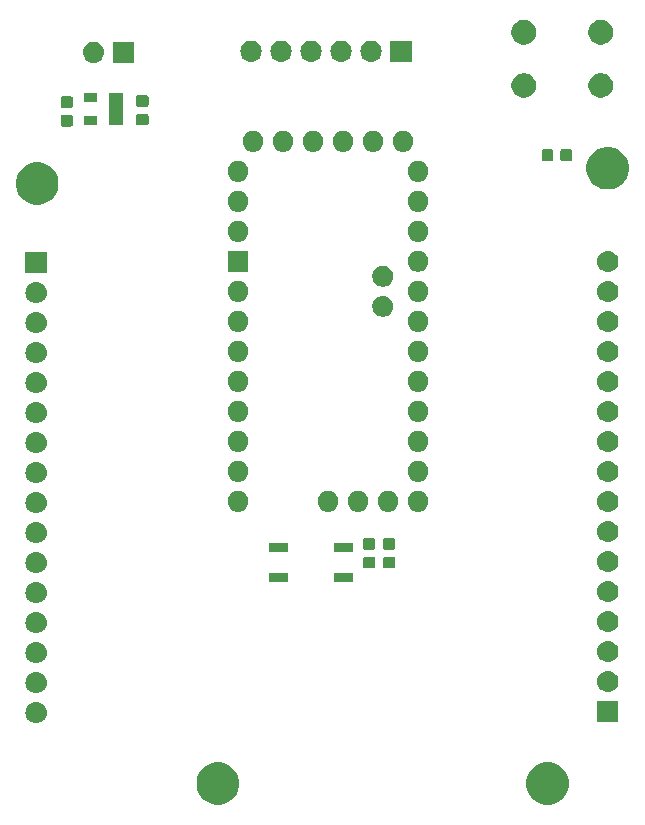
<source format=gbr>
G04 #@! TF.GenerationSoftware,KiCad,Pcbnew,(5.1.4)-1*
G04 #@! TF.CreationDate,2021-05-11T15:13:18+02:00*
G04 #@! TF.ProjectId,proto,70726f74-6f2e-46b6-9963-61645f706362,rev?*
G04 #@! TF.SameCoordinates,Original*
G04 #@! TF.FileFunction,Soldermask,Top*
G04 #@! TF.FilePolarity,Negative*
%FSLAX46Y46*%
G04 Gerber Fmt 4.6, Leading zero omitted, Abs format (unit mm)*
G04 Created by KiCad (PCBNEW (5.1.4)-1) date 2021-05-11 15:13:18*
%MOMM*%
%LPD*%
G04 APERTURE LIST*
%ADD10C,0.100000*%
G04 APERTURE END LIST*
D10*
G36*
X151425331Y-117368211D02*
G01*
X151753092Y-117503974D01*
X152048070Y-117701072D01*
X152298928Y-117951930D01*
X152496026Y-118246908D01*
X152631789Y-118574669D01*
X152701000Y-118922616D01*
X152701000Y-119277384D01*
X152631789Y-119625331D01*
X152496026Y-119953092D01*
X152298928Y-120248070D01*
X152048070Y-120498928D01*
X151753092Y-120696026D01*
X151425331Y-120831789D01*
X151077384Y-120901000D01*
X150722616Y-120901000D01*
X150374669Y-120831789D01*
X150046908Y-120696026D01*
X149751930Y-120498928D01*
X149501072Y-120248070D01*
X149303974Y-119953092D01*
X149168211Y-119625331D01*
X149099000Y-119277384D01*
X149099000Y-118922616D01*
X149168211Y-118574669D01*
X149303974Y-118246908D01*
X149501072Y-117951930D01*
X149751930Y-117701072D01*
X150046908Y-117503974D01*
X150374669Y-117368211D01*
X150722616Y-117299000D01*
X151077384Y-117299000D01*
X151425331Y-117368211D01*
X151425331Y-117368211D01*
G37*
G36*
X123525331Y-117368211D02*
G01*
X123853092Y-117503974D01*
X124148070Y-117701072D01*
X124398928Y-117951930D01*
X124596026Y-118246908D01*
X124731789Y-118574669D01*
X124801000Y-118922616D01*
X124801000Y-119277384D01*
X124731789Y-119625331D01*
X124596026Y-119953092D01*
X124398928Y-120248070D01*
X124148070Y-120498928D01*
X123853092Y-120696026D01*
X123525331Y-120831789D01*
X123177384Y-120901000D01*
X122822616Y-120901000D01*
X122474669Y-120831789D01*
X122146908Y-120696026D01*
X121851930Y-120498928D01*
X121601072Y-120248070D01*
X121403974Y-119953092D01*
X121268211Y-119625331D01*
X121199000Y-119277384D01*
X121199000Y-118922616D01*
X121268211Y-118574669D01*
X121403974Y-118246908D01*
X121601072Y-117951930D01*
X121851930Y-117701072D01*
X122146908Y-117503974D01*
X122474669Y-117368211D01*
X122822616Y-117299000D01*
X123177384Y-117299000D01*
X123525331Y-117368211D01*
X123525331Y-117368211D01*
G37*
G36*
X107710442Y-112205518D02*
G01*
X107776627Y-112212037D01*
X107946466Y-112263557D01*
X108102991Y-112347222D01*
X108138729Y-112376552D01*
X108240186Y-112459814D01*
X108323448Y-112561271D01*
X108352778Y-112597009D01*
X108436443Y-112753534D01*
X108487963Y-112923373D01*
X108505359Y-113100000D01*
X108487963Y-113276627D01*
X108436443Y-113446466D01*
X108352778Y-113602991D01*
X108323448Y-113638729D01*
X108240186Y-113740186D01*
X108138729Y-113823448D01*
X108102991Y-113852778D01*
X107946466Y-113936443D01*
X107776627Y-113987963D01*
X107710443Y-113994481D01*
X107644260Y-114001000D01*
X107555740Y-114001000D01*
X107489557Y-113994481D01*
X107423373Y-113987963D01*
X107253534Y-113936443D01*
X107097009Y-113852778D01*
X107061271Y-113823448D01*
X106959814Y-113740186D01*
X106876552Y-113638729D01*
X106847222Y-113602991D01*
X106763557Y-113446466D01*
X106712037Y-113276627D01*
X106694641Y-113100000D01*
X106712037Y-112923373D01*
X106763557Y-112753534D01*
X106847222Y-112597009D01*
X106876552Y-112561271D01*
X106959814Y-112459814D01*
X107061271Y-112376552D01*
X107097009Y-112347222D01*
X107253534Y-112263557D01*
X107423373Y-112212037D01*
X107489558Y-112205518D01*
X107555740Y-112199000D01*
X107644260Y-112199000D01*
X107710442Y-112205518D01*
X107710442Y-112205518D01*
G37*
G36*
X156901000Y-113901000D02*
G01*
X155099000Y-113901000D01*
X155099000Y-112099000D01*
X156901000Y-112099000D01*
X156901000Y-113901000D01*
X156901000Y-113901000D01*
G37*
G36*
X107710442Y-109665518D02*
G01*
X107776627Y-109672037D01*
X107946466Y-109723557D01*
X108102991Y-109807222D01*
X108138729Y-109836552D01*
X108240186Y-109919814D01*
X108323448Y-110021271D01*
X108352778Y-110057009D01*
X108436443Y-110213534D01*
X108487963Y-110383373D01*
X108505359Y-110560000D01*
X108487963Y-110736627D01*
X108436443Y-110906466D01*
X108352778Y-111062991D01*
X108323448Y-111098729D01*
X108240186Y-111200186D01*
X108138729Y-111283448D01*
X108102991Y-111312778D01*
X107946466Y-111396443D01*
X107776627Y-111447963D01*
X107710443Y-111454481D01*
X107644260Y-111461000D01*
X107555740Y-111461000D01*
X107489557Y-111454481D01*
X107423373Y-111447963D01*
X107253534Y-111396443D01*
X107097009Y-111312778D01*
X107061271Y-111283448D01*
X106959814Y-111200186D01*
X106876552Y-111098729D01*
X106847222Y-111062991D01*
X106763557Y-110906466D01*
X106712037Y-110736627D01*
X106694641Y-110560000D01*
X106712037Y-110383373D01*
X106763557Y-110213534D01*
X106847222Y-110057009D01*
X106876552Y-110021271D01*
X106959814Y-109919814D01*
X107061271Y-109836552D01*
X107097009Y-109807222D01*
X107253534Y-109723557D01*
X107423373Y-109672037D01*
X107489558Y-109665518D01*
X107555740Y-109659000D01*
X107644260Y-109659000D01*
X107710442Y-109665518D01*
X107710442Y-109665518D01*
G37*
G36*
X156110442Y-109565518D02*
G01*
X156176627Y-109572037D01*
X156346466Y-109623557D01*
X156502991Y-109707222D01*
X156522895Y-109723557D01*
X156640186Y-109819814D01*
X156722253Y-109919814D01*
X156752778Y-109957009D01*
X156836443Y-110113534D01*
X156887963Y-110283373D01*
X156905359Y-110460000D01*
X156887963Y-110636627D01*
X156836443Y-110806466D01*
X156752778Y-110962991D01*
X156723448Y-110998729D01*
X156640186Y-111100186D01*
X156538729Y-111183448D01*
X156502991Y-111212778D01*
X156346466Y-111296443D01*
X156176627Y-111347963D01*
X156110442Y-111354482D01*
X156044260Y-111361000D01*
X155955740Y-111361000D01*
X155889558Y-111354482D01*
X155823373Y-111347963D01*
X155653534Y-111296443D01*
X155497009Y-111212778D01*
X155461271Y-111183448D01*
X155359814Y-111100186D01*
X155276552Y-110998729D01*
X155247222Y-110962991D01*
X155163557Y-110806466D01*
X155112037Y-110636627D01*
X155094641Y-110460000D01*
X155112037Y-110283373D01*
X155163557Y-110113534D01*
X155247222Y-109957009D01*
X155277747Y-109919814D01*
X155359814Y-109819814D01*
X155477105Y-109723557D01*
X155497009Y-109707222D01*
X155653534Y-109623557D01*
X155823373Y-109572037D01*
X155889558Y-109565518D01*
X155955740Y-109559000D01*
X156044260Y-109559000D01*
X156110442Y-109565518D01*
X156110442Y-109565518D01*
G37*
G36*
X107710442Y-107125518D02*
G01*
X107776627Y-107132037D01*
X107946466Y-107183557D01*
X108102991Y-107267222D01*
X108138729Y-107296552D01*
X108240186Y-107379814D01*
X108323448Y-107481271D01*
X108352778Y-107517009D01*
X108436443Y-107673534D01*
X108487963Y-107843373D01*
X108505359Y-108020000D01*
X108487963Y-108196627D01*
X108436443Y-108366466D01*
X108352778Y-108522991D01*
X108323448Y-108558729D01*
X108240186Y-108660186D01*
X108138729Y-108743448D01*
X108102991Y-108772778D01*
X107946466Y-108856443D01*
X107776627Y-108907963D01*
X107710442Y-108914482D01*
X107644260Y-108921000D01*
X107555740Y-108921000D01*
X107489558Y-108914482D01*
X107423373Y-108907963D01*
X107253534Y-108856443D01*
X107097009Y-108772778D01*
X107061271Y-108743448D01*
X106959814Y-108660186D01*
X106876552Y-108558729D01*
X106847222Y-108522991D01*
X106763557Y-108366466D01*
X106712037Y-108196627D01*
X106694641Y-108020000D01*
X106712037Y-107843373D01*
X106763557Y-107673534D01*
X106847222Y-107517009D01*
X106876552Y-107481271D01*
X106959814Y-107379814D01*
X107061271Y-107296552D01*
X107097009Y-107267222D01*
X107253534Y-107183557D01*
X107423373Y-107132037D01*
X107489558Y-107125518D01*
X107555740Y-107119000D01*
X107644260Y-107119000D01*
X107710442Y-107125518D01*
X107710442Y-107125518D01*
G37*
G36*
X156110443Y-107025519D02*
G01*
X156176627Y-107032037D01*
X156346466Y-107083557D01*
X156502991Y-107167222D01*
X156522895Y-107183557D01*
X156640186Y-107279814D01*
X156722253Y-107379814D01*
X156752778Y-107417009D01*
X156836443Y-107573534D01*
X156887963Y-107743373D01*
X156905359Y-107920000D01*
X156887963Y-108096627D01*
X156836443Y-108266466D01*
X156752778Y-108422991D01*
X156723448Y-108458729D01*
X156640186Y-108560186D01*
X156538729Y-108643448D01*
X156502991Y-108672778D01*
X156346466Y-108756443D01*
X156176627Y-108807963D01*
X156110442Y-108814482D01*
X156044260Y-108821000D01*
X155955740Y-108821000D01*
X155889558Y-108814482D01*
X155823373Y-108807963D01*
X155653534Y-108756443D01*
X155497009Y-108672778D01*
X155461271Y-108643448D01*
X155359814Y-108560186D01*
X155276552Y-108458729D01*
X155247222Y-108422991D01*
X155163557Y-108266466D01*
X155112037Y-108096627D01*
X155094641Y-107920000D01*
X155112037Y-107743373D01*
X155163557Y-107573534D01*
X155247222Y-107417009D01*
X155277747Y-107379814D01*
X155359814Y-107279814D01*
X155477105Y-107183557D01*
X155497009Y-107167222D01*
X155653534Y-107083557D01*
X155823373Y-107032037D01*
X155889557Y-107025519D01*
X155955740Y-107019000D01*
X156044260Y-107019000D01*
X156110443Y-107025519D01*
X156110443Y-107025519D01*
G37*
G36*
X107710443Y-104585519D02*
G01*
X107776627Y-104592037D01*
X107946466Y-104643557D01*
X108102991Y-104727222D01*
X108138729Y-104756552D01*
X108240186Y-104839814D01*
X108323448Y-104941271D01*
X108352778Y-104977009D01*
X108436443Y-105133534D01*
X108487963Y-105303373D01*
X108505359Y-105480000D01*
X108487963Y-105656627D01*
X108436443Y-105826466D01*
X108352778Y-105982991D01*
X108323448Y-106018729D01*
X108240186Y-106120186D01*
X108138729Y-106203448D01*
X108102991Y-106232778D01*
X107946466Y-106316443D01*
X107776627Y-106367963D01*
X107710442Y-106374482D01*
X107644260Y-106381000D01*
X107555740Y-106381000D01*
X107489558Y-106374482D01*
X107423373Y-106367963D01*
X107253534Y-106316443D01*
X107097009Y-106232778D01*
X107061271Y-106203448D01*
X106959814Y-106120186D01*
X106876552Y-106018729D01*
X106847222Y-105982991D01*
X106763557Y-105826466D01*
X106712037Y-105656627D01*
X106694641Y-105480000D01*
X106712037Y-105303373D01*
X106763557Y-105133534D01*
X106847222Y-104977009D01*
X106876552Y-104941271D01*
X106959814Y-104839814D01*
X107061271Y-104756552D01*
X107097009Y-104727222D01*
X107253534Y-104643557D01*
X107423373Y-104592037D01*
X107489557Y-104585519D01*
X107555740Y-104579000D01*
X107644260Y-104579000D01*
X107710443Y-104585519D01*
X107710443Y-104585519D01*
G37*
G36*
X156110443Y-104485519D02*
G01*
X156176627Y-104492037D01*
X156346466Y-104543557D01*
X156502991Y-104627222D01*
X156522895Y-104643557D01*
X156640186Y-104739814D01*
X156722253Y-104839814D01*
X156752778Y-104877009D01*
X156836443Y-105033534D01*
X156887963Y-105203373D01*
X156905359Y-105380000D01*
X156887963Y-105556627D01*
X156836443Y-105726466D01*
X156752778Y-105882991D01*
X156723448Y-105918729D01*
X156640186Y-106020186D01*
X156538729Y-106103448D01*
X156502991Y-106132778D01*
X156346466Y-106216443D01*
X156176627Y-106267963D01*
X156110442Y-106274482D01*
X156044260Y-106281000D01*
X155955740Y-106281000D01*
X155889558Y-106274482D01*
X155823373Y-106267963D01*
X155653534Y-106216443D01*
X155497009Y-106132778D01*
X155461271Y-106103448D01*
X155359814Y-106020186D01*
X155276552Y-105918729D01*
X155247222Y-105882991D01*
X155163557Y-105726466D01*
X155112037Y-105556627D01*
X155094641Y-105380000D01*
X155112037Y-105203373D01*
X155163557Y-105033534D01*
X155247222Y-104877009D01*
X155277747Y-104839814D01*
X155359814Y-104739814D01*
X155477105Y-104643557D01*
X155497009Y-104627222D01*
X155653534Y-104543557D01*
X155823373Y-104492037D01*
X155889557Y-104485519D01*
X155955740Y-104479000D01*
X156044260Y-104479000D01*
X156110443Y-104485519D01*
X156110443Y-104485519D01*
G37*
G36*
X107710443Y-102045519D02*
G01*
X107776627Y-102052037D01*
X107946466Y-102103557D01*
X108102991Y-102187222D01*
X108138729Y-102216552D01*
X108240186Y-102299814D01*
X108323448Y-102401271D01*
X108352778Y-102437009D01*
X108436443Y-102593534D01*
X108487963Y-102763373D01*
X108505359Y-102940000D01*
X108487963Y-103116627D01*
X108436443Y-103286466D01*
X108352778Y-103442991D01*
X108323448Y-103478729D01*
X108240186Y-103580186D01*
X108138729Y-103663448D01*
X108102991Y-103692778D01*
X107946466Y-103776443D01*
X107776627Y-103827963D01*
X107710443Y-103834481D01*
X107644260Y-103841000D01*
X107555740Y-103841000D01*
X107489558Y-103834482D01*
X107423373Y-103827963D01*
X107253534Y-103776443D01*
X107097009Y-103692778D01*
X107061271Y-103663448D01*
X106959814Y-103580186D01*
X106876552Y-103478729D01*
X106847222Y-103442991D01*
X106763557Y-103286466D01*
X106712037Y-103116627D01*
X106694641Y-102940000D01*
X106712037Y-102763373D01*
X106763557Y-102593534D01*
X106847222Y-102437009D01*
X106876552Y-102401271D01*
X106959814Y-102299814D01*
X107061271Y-102216552D01*
X107097009Y-102187222D01*
X107253534Y-102103557D01*
X107423373Y-102052037D01*
X107489558Y-102045518D01*
X107555740Y-102039000D01*
X107644260Y-102039000D01*
X107710443Y-102045519D01*
X107710443Y-102045519D01*
G37*
G36*
X156110443Y-101945519D02*
G01*
X156176627Y-101952037D01*
X156346466Y-102003557D01*
X156502991Y-102087222D01*
X156522895Y-102103557D01*
X156640186Y-102199814D01*
X156722253Y-102299814D01*
X156752778Y-102337009D01*
X156836443Y-102493534D01*
X156887963Y-102663373D01*
X156905359Y-102840000D01*
X156887963Y-103016627D01*
X156836443Y-103186466D01*
X156752778Y-103342991D01*
X156723448Y-103378729D01*
X156640186Y-103480186D01*
X156538729Y-103563448D01*
X156502991Y-103592778D01*
X156346466Y-103676443D01*
X156176627Y-103727963D01*
X156110442Y-103734482D01*
X156044260Y-103741000D01*
X155955740Y-103741000D01*
X155889557Y-103734481D01*
X155823373Y-103727963D01*
X155653534Y-103676443D01*
X155497009Y-103592778D01*
X155461271Y-103563448D01*
X155359814Y-103480186D01*
X155276552Y-103378729D01*
X155247222Y-103342991D01*
X155163557Y-103186466D01*
X155112037Y-103016627D01*
X155094641Y-102840000D01*
X155112037Y-102663373D01*
X155163557Y-102493534D01*
X155247222Y-102337009D01*
X155277747Y-102299814D01*
X155359814Y-102199814D01*
X155477105Y-102103557D01*
X155497009Y-102087222D01*
X155653534Y-102003557D01*
X155823373Y-101952037D01*
X155889557Y-101945519D01*
X155955740Y-101939000D01*
X156044260Y-101939000D01*
X156110443Y-101945519D01*
X156110443Y-101945519D01*
G37*
G36*
X128951000Y-102046000D02*
G01*
X127349000Y-102046000D01*
X127349000Y-101294000D01*
X128951000Y-101294000D01*
X128951000Y-102046000D01*
X128951000Y-102046000D01*
G37*
G36*
X134451000Y-102046000D02*
G01*
X132849000Y-102046000D01*
X132849000Y-101294000D01*
X134451000Y-101294000D01*
X134451000Y-102046000D01*
X134451000Y-102046000D01*
G37*
G36*
X107710443Y-99505519D02*
G01*
X107776627Y-99512037D01*
X107946466Y-99563557D01*
X108102991Y-99647222D01*
X108138729Y-99676552D01*
X108240186Y-99759814D01*
X108323448Y-99861271D01*
X108352778Y-99897009D01*
X108436443Y-100053534D01*
X108487963Y-100223373D01*
X108505359Y-100400000D01*
X108487963Y-100576627D01*
X108436443Y-100746466D01*
X108352778Y-100902991D01*
X108323448Y-100938729D01*
X108240186Y-101040186D01*
X108138729Y-101123448D01*
X108102991Y-101152778D01*
X107946466Y-101236443D01*
X107776627Y-101287963D01*
X107715331Y-101294000D01*
X107644260Y-101301000D01*
X107555740Y-101301000D01*
X107484669Y-101294000D01*
X107423373Y-101287963D01*
X107253534Y-101236443D01*
X107097009Y-101152778D01*
X107061271Y-101123448D01*
X106959814Y-101040186D01*
X106876552Y-100938729D01*
X106847222Y-100902991D01*
X106763557Y-100746466D01*
X106712037Y-100576627D01*
X106694641Y-100400000D01*
X106712037Y-100223373D01*
X106763557Y-100053534D01*
X106847222Y-99897009D01*
X106876552Y-99861271D01*
X106959814Y-99759814D01*
X107061271Y-99676552D01*
X107097009Y-99647222D01*
X107253534Y-99563557D01*
X107423373Y-99512037D01*
X107489558Y-99505518D01*
X107555740Y-99499000D01*
X107644260Y-99499000D01*
X107710443Y-99505519D01*
X107710443Y-99505519D01*
G37*
G36*
X156110442Y-99405518D02*
G01*
X156176627Y-99412037D01*
X156346466Y-99463557D01*
X156502991Y-99547222D01*
X156522895Y-99563557D01*
X156640186Y-99659814D01*
X156722253Y-99759814D01*
X156752778Y-99797009D01*
X156836443Y-99953534D01*
X156887963Y-100123373D01*
X156905359Y-100300000D01*
X156887963Y-100476627D01*
X156836443Y-100646466D01*
X156752778Y-100802991D01*
X156736899Y-100822339D01*
X156640186Y-100940186D01*
X156538729Y-101023448D01*
X156502991Y-101052778D01*
X156346466Y-101136443D01*
X156176627Y-101187963D01*
X156110443Y-101194481D01*
X156044260Y-101201000D01*
X155955740Y-101201000D01*
X155889558Y-101194482D01*
X155823373Y-101187963D01*
X155653534Y-101136443D01*
X155497009Y-101052778D01*
X155461271Y-101023448D01*
X155359814Y-100940186D01*
X155263101Y-100822339D01*
X155247222Y-100802991D01*
X155163557Y-100646466D01*
X155112037Y-100476627D01*
X155094641Y-100300000D01*
X155112037Y-100123373D01*
X155163557Y-99953534D01*
X155247222Y-99797009D01*
X155277747Y-99759814D01*
X155359814Y-99659814D01*
X155477105Y-99563557D01*
X155497009Y-99547222D01*
X155653534Y-99463557D01*
X155823373Y-99412037D01*
X155889557Y-99405519D01*
X155955740Y-99399000D01*
X156044260Y-99399000D01*
X156110442Y-99405518D01*
X156110442Y-99405518D01*
G37*
G36*
X136179591Y-99903085D02*
G01*
X136213569Y-99913393D01*
X136244890Y-99930134D01*
X136272339Y-99952661D01*
X136294866Y-99980110D01*
X136311607Y-100011431D01*
X136321915Y-100045409D01*
X136326000Y-100086890D01*
X136326000Y-100688110D01*
X136321915Y-100729591D01*
X136311607Y-100763569D01*
X136294866Y-100794890D01*
X136272339Y-100822339D01*
X136244890Y-100844866D01*
X136213569Y-100861607D01*
X136179591Y-100871915D01*
X136138110Y-100876000D01*
X135461890Y-100876000D01*
X135420409Y-100871915D01*
X135386431Y-100861607D01*
X135355110Y-100844866D01*
X135327661Y-100822339D01*
X135305134Y-100794890D01*
X135288393Y-100763569D01*
X135278085Y-100729591D01*
X135274000Y-100688110D01*
X135274000Y-100086890D01*
X135278085Y-100045409D01*
X135288393Y-100011431D01*
X135305134Y-99980110D01*
X135327661Y-99952661D01*
X135355110Y-99930134D01*
X135386431Y-99913393D01*
X135420409Y-99903085D01*
X135461890Y-99899000D01*
X136138110Y-99899000D01*
X136179591Y-99903085D01*
X136179591Y-99903085D01*
G37*
G36*
X137879591Y-99903085D02*
G01*
X137913569Y-99913393D01*
X137944890Y-99930134D01*
X137972339Y-99952661D01*
X137994866Y-99980110D01*
X138011607Y-100011431D01*
X138021915Y-100045409D01*
X138026000Y-100086890D01*
X138026000Y-100688110D01*
X138021915Y-100729591D01*
X138011607Y-100763569D01*
X137994866Y-100794890D01*
X137972339Y-100822339D01*
X137944890Y-100844866D01*
X137913569Y-100861607D01*
X137879591Y-100871915D01*
X137838110Y-100876000D01*
X137161890Y-100876000D01*
X137120409Y-100871915D01*
X137086431Y-100861607D01*
X137055110Y-100844866D01*
X137027661Y-100822339D01*
X137005134Y-100794890D01*
X136988393Y-100763569D01*
X136978085Y-100729591D01*
X136974000Y-100688110D01*
X136974000Y-100086890D01*
X136978085Y-100045409D01*
X136988393Y-100011431D01*
X137005134Y-99980110D01*
X137027661Y-99952661D01*
X137055110Y-99930134D01*
X137086431Y-99913393D01*
X137120409Y-99903085D01*
X137161890Y-99899000D01*
X137838110Y-99899000D01*
X137879591Y-99903085D01*
X137879591Y-99903085D01*
G37*
G36*
X128951000Y-99506000D02*
G01*
X127349000Y-99506000D01*
X127349000Y-98754000D01*
X128951000Y-98754000D01*
X128951000Y-99506000D01*
X128951000Y-99506000D01*
G37*
G36*
X134451000Y-99506000D02*
G01*
X132849000Y-99506000D01*
X132849000Y-98754000D01*
X134451000Y-98754000D01*
X134451000Y-99506000D01*
X134451000Y-99506000D01*
G37*
G36*
X137879591Y-98328085D02*
G01*
X137913569Y-98338393D01*
X137944890Y-98355134D01*
X137972339Y-98377661D01*
X137994866Y-98405110D01*
X138011607Y-98436431D01*
X138021915Y-98470409D01*
X138026000Y-98511890D01*
X138026000Y-99113110D01*
X138021915Y-99154591D01*
X138011607Y-99188569D01*
X137994866Y-99219890D01*
X137972339Y-99247339D01*
X137944890Y-99269866D01*
X137913569Y-99286607D01*
X137879591Y-99296915D01*
X137838110Y-99301000D01*
X137161890Y-99301000D01*
X137120409Y-99296915D01*
X137086431Y-99286607D01*
X137055110Y-99269866D01*
X137027661Y-99247339D01*
X137005134Y-99219890D01*
X136988393Y-99188569D01*
X136978085Y-99154591D01*
X136974000Y-99113110D01*
X136974000Y-98511890D01*
X136978085Y-98470409D01*
X136988393Y-98436431D01*
X137005134Y-98405110D01*
X137027661Y-98377661D01*
X137055110Y-98355134D01*
X137086431Y-98338393D01*
X137120409Y-98328085D01*
X137161890Y-98324000D01*
X137838110Y-98324000D01*
X137879591Y-98328085D01*
X137879591Y-98328085D01*
G37*
G36*
X136179591Y-98328085D02*
G01*
X136213569Y-98338393D01*
X136244890Y-98355134D01*
X136272339Y-98377661D01*
X136294866Y-98405110D01*
X136311607Y-98436431D01*
X136321915Y-98470409D01*
X136326000Y-98511890D01*
X136326000Y-99113110D01*
X136321915Y-99154591D01*
X136311607Y-99188569D01*
X136294866Y-99219890D01*
X136272339Y-99247339D01*
X136244890Y-99269866D01*
X136213569Y-99286607D01*
X136179591Y-99296915D01*
X136138110Y-99301000D01*
X135461890Y-99301000D01*
X135420409Y-99296915D01*
X135386431Y-99286607D01*
X135355110Y-99269866D01*
X135327661Y-99247339D01*
X135305134Y-99219890D01*
X135288393Y-99188569D01*
X135278085Y-99154591D01*
X135274000Y-99113110D01*
X135274000Y-98511890D01*
X135278085Y-98470409D01*
X135288393Y-98436431D01*
X135305134Y-98405110D01*
X135327661Y-98377661D01*
X135355110Y-98355134D01*
X135386431Y-98338393D01*
X135420409Y-98328085D01*
X135461890Y-98324000D01*
X136138110Y-98324000D01*
X136179591Y-98328085D01*
X136179591Y-98328085D01*
G37*
G36*
X107710442Y-96965518D02*
G01*
X107776627Y-96972037D01*
X107946466Y-97023557D01*
X108102991Y-97107222D01*
X108138729Y-97136552D01*
X108240186Y-97219814D01*
X108323448Y-97321271D01*
X108352778Y-97357009D01*
X108436443Y-97513534D01*
X108487963Y-97683373D01*
X108505359Y-97860000D01*
X108487963Y-98036627D01*
X108436443Y-98206466D01*
X108352778Y-98362991D01*
X108326066Y-98395539D01*
X108240186Y-98500186D01*
X108138729Y-98583448D01*
X108102991Y-98612778D01*
X107946466Y-98696443D01*
X107776627Y-98747963D01*
X107715331Y-98754000D01*
X107644260Y-98761000D01*
X107555740Y-98761000D01*
X107484669Y-98754000D01*
X107423373Y-98747963D01*
X107253534Y-98696443D01*
X107097009Y-98612778D01*
X107061271Y-98583448D01*
X106959814Y-98500186D01*
X106873934Y-98395539D01*
X106847222Y-98362991D01*
X106763557Y-98206466D01*
X106712037Y-98036627D01*
X106694641Y-97860000D01*
X106712037Y-97683373D01*
X106763557Y-97513534D01*
X106847222Y-97357009D01*
X106876552Y-97321271D01*
X106959814Y-97219814D01*
X107061271Y-97136552D01*
X107097009Y-97107222D01*
X107253534Y-97023557D01*
X107423373Y-96972037D01*
X107489557Y-96965519D01*
X107555740Y-96959000D01*
X107644260Y-96959000D01*
X107710442Y-96965518D01*
X107710442Y-96965518D01*
G37*
G36*
X156110443Y-96865519D02*
G01*
X156176627Y-96872037D01*
X156346466Y-96923557D01*
X156502991Y-97007222D01*
X156522895Y-97023557D01*
X156640186Y-97119814D01*
X156722253Y-97219814D01*
X156752778Y-97257009D01*
X156836443Y-97413534D01*
X156887963Y-97583373D01*
X156905359Y-97760000D01*
X156887963Y-97936627D01*
X156836443Y-98106466D01*
X156752778Y-98262991D01*
X156723448Y-98298729D01*
X156640186Y-98400186D01*
X156538729Y-98483448D01*
X156502991Y-98512778D01*
X156346466Y-98596443D01*
X156176627Y-98647963D01*
X156110442Y-98654482D01*
X156044260Y-98661000D01*
X155955740Y-98661000D01*
X155889558Y-98654482D01*
X155823373Y-98647963D01*
X155653534Y-98596443D01*
X155497009Y-98512778D01*
X155461271Y-98483448D01*
X155359814Y-98400186D01*
X155276552Y-98298729D01*
X155247222Y-98262991D01*
X155163557Y-98106466D01*
X155112037Y-97936627D01*
X155094641Y-97760000D01*
X155112037Y-97583373D01*
X155163557Y-97413534D01*
X155247222Y-97257009D01*
X155277747Y-97219814D01*
X155359814Y-97119814D01*
X155477105Y-97023557D01*
X155497009Y-97007222D01*
X155653534Y-96923557D01*
X155823373Y-96872037D01*
X155889558Y-96865518D01*
X155955740Y-96859000D01*
X156044260Y-96859000D01*
X156110443Y-96865519D01*
X156110443Y-96865519D01*
G37*
G36*
X107710443Y-94425519D02*
G01*
X107776627Y-94432037D01*
X107946466Y-94483557D01*
X108102991Y-94567222D01*
X108138729Y-94596552D01*
X108240186Y-94679814D01*
X108323448Y-94781271D01*
X108352778Y-94817009D01*
X108436443Y-94973534D01*
X108487963Y-95143373D01*
X108505359Y-95320000D01*
X108487963Y-95496627D01*
X108436443Y-95666466D01*
X108352778Y-95822991D01*
X108323448Y-95858729D01*
X108240186Y-95960186D01*
X108138729Y-96043448D01*
X108102991Y-96072778D01*
X107946466Y-96156443D01*
X107776627Y-96207963D01*
X107710442Y-96214482D01*
X107644260Y-96221000D01*
X107555740Y-96221000D01*
X107489557Y-96214481D01*
X107423373Y-96207963D01*
X107253534Y-96156443D01*
X107097009Y-96072778D01*
X107061271Y-96043448D01*
X106959814Y-95960186D01*
X106876552Y-95858729D01*
X106847222Y-95822991D01*
X106763557Y-95666466D01*
X106712037Y-95496627D01*
X106694641Y-95320000D01*
X106712037Y-95143373D01*
X106763557Y-94973534D01*
X106847222Y-94817009D01*
X106876552Y-94781271D01*
X106959814Y-94679814D01*
X107061271Y-94596552D01*
X107097009Y-94567222D01*
X107253534Y-94483557D01*
X107423373Y-94432037D01*
X107489557Y-94425519D01*
X107555740Y-94419000D01*
X107644260Y-94419000D01*
X107710443Y-94425519D01*
X107710443Y-94425519D01*
G37*
G36*
X156110442Y-94325518D02*
G01*
X156176627Y-94332037D01*
X156346466Y-94383557D01*
X156502991Y-94467222D01*
X156522895Y-94483557D01*
X156640186Y-94579814D01*
X156703367Y-94656802D01*
X156752778Y-94717009D01*
X156836443Y-94873534D01*
X156887963Y-95043373D01*
X156905359Y-95220000D01*
X156887963Y-95396627D01*
X156836443Y-95566466D01*
X156752778Y-95722991D01*
X156723448Y-95758729D01*
X156640186Y-95860186D01*
X156538729Y-95943448D01*
X156502991Y-95972778D01*
X156346466Y-96056443D01*
X156176627Y-96107963D01*
X156110443Y-96114481D01*
X156044260Y-96121000D01*
X155955740Y-96121000D01*
X155889557Y-96114481D01*
X155823373Y-96107963D01*
X155653534Y-96056443D01*
X155497009Y-95972778D01*
X155461271Y-95943448D01*
X155359814Y-95860186D01*
X155276552Y-95758729D01*
X155247222Y-95722991D01*
X155163557Y-95566466D01*
X155112037Y-95396627D01*
X155094641Y-95220000D01*
X155112037Y-95043373D01*
X155163557Y-94873534D01*
X155247222Y-94717009D01*
X155296633Y-94656802D01*
X155359814Y-94579814D01*
X155477105Y-94483557D01*
X155497009Y-94467222D01*
X155653534Y-94383557D01*
X155823373Y-94332037D01*
X155889558Y-94325518D01*
X155955740Y-94319000D01*
X156044260Y-94319000D01*
X156110442Y-94325518D01*
X156110442Y-94325518D01*
G37*
G36*
X140140810Y-94359135D02*
G01*
X140197707Y-94370452D01*
X140358494Y-94437052D01*
X140358496Y-94437053D01*
X140503196Y-94533738D01*
X140626262Y-94656804D01*
X140722947Y-94801504D01*
X140722948Y-94801506D01*
X140789548Y-94962293D01*
X140791784Y-94973534D01*
X140823500Y-95132981D01*
X140823500Y-95307019D01*
X140789548Y-95477706D01*
X140722947Y-95638496D01*
X140626262Y-95783196D01*
X140503196Y-95906262D01*
X140358496Y-96002947D01*
X140358495Y-96002948D01*
X140358494Y-96002948D01*
X140197707Y-96069548D01*
X140181463Y-96072779D01*
X140027019Y-96103500D01*
X139852981Y-96103500D01*
X139698537Y-96072779D01*
X139682293Y-96069548D01*
X139521506Y-96002948D01*
X139521505Y-96002948D01*
X139521504Y-96002947D01*
X139376804Y-95906262D01*
X139253738Y-95783196D01*
X139157053Y-95638496D01*
X139090452Y-95477706D01*
X139056500Y-95307019D01*
X139056500Y-95132981D01*
X139088216Y-94973534D01*
X139090452Y-94962293D01*
X139157052Y-94801506D01*
X139157053Y-94801504D01*
X139253738Y-94656804D01*
X139376804Y-94533738D01*
X139521504Y-94437053D01*
X139521506Y-94437052D01*
X139682293Y-94370452D01*
X139739190Y-94359135D01*
X139852981Y-94336500D01*
X140027019Y-94336500D01*
X140140810Y-94359135D01*
X140140810Y-94359135D01*
G37*
G36*
X124900810Y-94359135D02*
G01*
X124957707Y-94370452D01*
X125118494Y-94437052D01*
X125118496Y-94437053D01*
X125263196Y-94533738D01*
X125386262Y-94656804D01*
X125482947Y-94801504D01*
X125482948Y-94801506D01*
X125549548Y-94962293D01*
X125551784Y-94973534D01*
X125583500Y-95132981D01*
X125583500Y-95307019D01*
X125549548Y-95477706D01*
X125482947Y-95638496D01*
X125386262Y-95783196D01*
X125263196Y-95906262D01*
X125118496Y-96002947D01*
X125118495Y-96002948D01*
X125118494Y-96002948D01*
X124957707Y-96069548D01*
X124941463Y-96072779D01*
X124787019Y-96103500D01*
X124612981Y-96103500D01*
X124458537Y-96072779D01*
X124442293Y-96069548D01*
X124281506Y-96002948D01*
X124281505Y-96002948D01*
X124281504Y-96002947D01*
X124136804Y-95906262D01*
X124013738Y-95783196D01*
X123917053Y-95638496D01*
X123850452Y-95477706D01*
X123816500Y-95307019D01*
X123816500Y-95132981D01*
X123848216Y-94973534D01*
X123850452Y-94962293D01*
X123917052Y-94801506D01*
X123917053Y-94801504D01*
X124013738Y-94656804D01*
X124136804Y-94533738D01*
X124281504Y-94437053D01*
X124281506Y-94437052D01*
X124442293Y-94370452D01*
X124499190Y-94359135D01*
X124612981Y-94336500D01*
X124787019Y-94336500D01*
X124900810Y-94359135D01*
X124900810Y-94359135D01*
G37*
G36*
X132520810Y-94359135D02*
G01*
X132577707Y-94370452D01*
X132738494Y-94437052D01*
X132738496Y-94437053D01*
X132883196Y-94533738D01*
X133006262Y-94656804D01*
X133102947Y-94801504D01*
X133102948Y-94801506D01*
X133169548Y-94962293D01*
X133171784Y-94973534D01*
X133203500Y-95132981D01*
X133203500Y-95307019D01*
X133169548Y-95477706D01*
X133102947Y-95638496D01*
X133006262Y-95783196D01*
X132883196Y-95906262D01*
X132738496Y-96002947D01*
X132738495Y-96002948D01*
X132738494Y-96002948D01*
X132577707Y-96069548D01*
X132561463Y-96072779D01*
X132407019Y-96103500D01*
X132232981Y-96103500D01*
X132078537Y-96072779D01*
X132062293Y-96069548D01*
X131901506Y-96002948D01*
X131901505Y-96002948D01*
X131901504Y-96002947D01*
X131756804Y-95906262D01*
X131633738Y-95783196D01*
X131537053Y-95638496D01*
X131470452Y-95477706D01*
X131436500Y-95307019D01*
X131436500Y-95132981D01*
X131468216Y-94973534D01*
X131470452Y-94962293D01*
X131537052Y-94801506D01*
X131537053Y-94801504D01*
X131633738Y-94656804D01*
X131756804Y-94533738D01*
X131901504Y-94437053D01*
X131901506Y-94437052D01*
X132062293Y-94370452D01*
X132119190Y-94359135D01*
X132232981Y-94336500D01*
X132407019Y-94336500D01*
X132520810Y-94359135D01*
X132520810Y-94359135D01*
G37*
G36*
X137600810Y-94359135D02*
G01*
X137657707Y-94370452D01*
X137818494Y-94437052D01*
X137818496Y-94437053D01*
X137963196Y-94533738D01*
X138086262Y-94656804D01*
X138182947Y-94801504D01*
X138182948Y-94801506D01*
X138249548Y-94962293D01*
X138251784Y-94973534D01*
X138283500Y-95132981D01*
X138283500Y-95307019D01*
X138249548Y-95477706D01*
X138182947Y-95638496D01*
X138086262Y-95783196D01*
X137963196Y-95906262D01*
X137818496Y-96002947D01*
X137818495Y-96002948D01*
X137818494Y-96002948D01*
X137657707Y-96069548D01*
X137641463Y-96072779D01*
X137487019Y-96103500D01*
X137312981Y-96103500D01*
X137158537Y-96072779D01*
X137142293Y-96069548D01*
X136981506Y-96002948D01*
X136981505Y-96002948D01*
X136981504Y-96002947D01*
X136836804Y-95906262D01*
X136713738Y-95783196D01*
X136617053Y-95638496D01*
X136550452Y-95477706D01*
X136516500Y-95307019D01*
X136516500Y-95132981D01*
X136548216Y-94973534D01*
X136550452Y-94962293D01*
X136617052Y-94801506D01*
X136617053Y-94801504D01*
X136713738Y-94656804D01*
X136836804Y-94533738D01*
X136981504Y-94437053D01*
X136981506Y-94437052D01*
X137142293Y-94370452D01*
X137199190Y-94359135D01*
X137312981Y-94336500D01*
X137487019Y-94336500D01*
X137600810Y-94359135D01*
X137600810Y-94359135D01*
G37*
G36*
X135060810Y-94359135D02*
G01*
X135117707Y-94370452D01*
X135278494Y-94437052D01*
X135278496Y-94437053D01*
X135423196Y-94533738D01*
X135546262Y-94656804D01*
X135642947Y-94801504D01*
X135642948Y-94801506D01*
X135709548Y-94962293D01*
X135711784Y-94973534D01*
X135743500Y-95132981D01*
X135743500Y-95307019D01*
X135709548Y-95477706D01*
X135642947Y-95638496D01*
X135546262Y-95783196D01*
X135423196Y-95906262D01*
X135278496Y-96002947D01*
X135278495Y-96002948D01*
X135278494Y-96002948D01*
X135117707Y-96069548D01*
X135101463Y-96072779D01*
X134947019Y-96103500D01*
X134772981Y-96103500D01*
X134618537Y-96072779D01*
X134602293Y-96069548D01*
X134441506Y-96002948D01*
X134441505Y-96002948D01*
X134441504Y-96002947D01*
X134296804Y-95906262D01*
X134173738Y-95783196D01*
X134077053Y-95638496D01*
X134010452Y-95477706D01*
X133976500Y-95307019D01*
X133976500Y-95132981D01*
X134008216Y-94973534D01*
X134010452Y-94962293D01*
X134077052Y-94801506D01*
X134077053Y-94801504D01*
X134173738Y-94656804D01*
X134296804Y-94533738D01*
X134441504Y-94437053D01*
X134441506Y-94437052D01*
X134602293Y-94370452D01*
X134659190Y-94359135D01*
X134772981Y-94336500D01*
X134947019Y-94336500D01*
X135060810Y-94359135D01*
X135060810Y-94359135D01*
G37*
G36*
X107710443Y-91885519D02*
G01*
X107776627Y-91892037D01*
X107946466Y-91943557D01*
X108102991Y-92027222D01*
X108138729Y-92056552D01*
X108240186Y-92139814D01*
X108323448Y-92241271D01*
X108352778Y-92277009D01*
X108436443Y-92433534D01*
X108487963Y-92603373D01*
X108505359Y-92780000D01*
X108487963Y-92956627D01*
X108436443Y-93126466D01*
X108352778Y-93282991D01*
X108323448Y-93318729D01*
X108240186Y-93420186D01*
X108138729Y-93503448D01*
X108102991Y-93532778D01*
X107946466Y-93616443D01*
X107776627Y-93667963D01*
X107710443Y-93674481D01*
X107644260Y-93681000D01*
X107555740Y-93681000D01*
X107489557Y-93674481D01*
X107423373Y-93667963D01*
X107253534Y-93616443D01*
X107097009Y-93532778D01*
X107061271Y-93503448D01*
X106959814Y-93420186D01*
X106876552Y-93318729D01*
X106847222Y-93282991D01*
X106763557Y-93126466D01*
X106712037Y-92956627D01*
X106694641Y-92780000D01*
X106712037Y-92603373D01*
X106763557Y-92433534D01*
X106847222Y-92277009D01*
X106876552Y-92241271D01*
X106959814Y-92139814D01*
X107061271Y-92056552D01*
X107097009Y-92027222D01*
X107253534Y-91943557D01*
X107423373Y-91892037D01*
X107489557Y-91885519D01*
X107555740Y-91879000D01*
X107644260Y-91879000D01*
X107710443Y-91885519D01*
X107710443Y-91885519D01*
G37*
G36*
X156110443Y-91785519D02*
G01*
X156176627Y-91792037D01*
X156346466Y-91843557D01*
X156502991Y-91927222D01*
X156522895Y-91943557D01*
X156640186Y-92039814D01*
X156703367Y-92116802D01*
X156752778Y-92177009D01*
X156836443Y-92333534D01*
X156887963Y-92503373D01*
X156905359Y-92680000D01*
X156887963Y-92856627D01*
X156836443Y-93026466D01*
X156752778Y-93182991D01*
X156723448Y-93218729D01*
X156640186Y-93320186D01*
X156538729Y-93403448D01*
X156502991Y-93432778D01*
X156346466Y-93516443D01*
X156176627Y-93567963D01*
X156110443Y-93574481D01*
X156044260Y-93581000D01*
X155955740Y-93581000D01*
X155889557Y-93574481D01*
X155823373Y-93567963D01*
X155653534Y-93516443D01*
X155497009Y-93432778D01*
X155461271Y-93403448D01*
X155359814Y-93320186D01*
X155276552Y-93218729D01*
X155247222Y-93182991D01*
X155163557Y-93026466D01*
X155112037Y-92856627D01*
X155094641Y-92680000D01*
X155112037Y-92503373D01*
X155163557Y-92333534D01*
X155247222Y-92177009D01*
X155296633Y-92116802D01*
X155359814Y-92039814D01*
X155477105Y-91943557D01*
X155497009Y-91927222D01*
X155653534Y-91843557D01*
X155823373Y-91792037D01*
X155889558Y-91785518D01*
X155955740Y-91779000D01*
X156044260Y-91779000D01*
X156110443Y-91785519D01*
X156110443Y-91785519D01*
G37*
G36*
X140140810Y-91819135D02*
G01*
X140197707Y-91830452D01*
X140358494Y-91897052D01*
X140358496Y-91897053D01*
X140503196Y-91993738D01*
X140626262Y-92116804D01*
X140722947Y-92261504D01*
X140722948Y-92261506D01*
X140789548Y-92422293D01*
X140791784Y-92433534D01*
X140823500Y-92592981D01*
X140823500Y-92767019D01*
X140789548Y-92937706D01*
X140722947Y-93098496D01*
X140626262Y-93243196D01*
X140503196Y-93366262D01*
X140358496Y-93462947D01*
X140358495Y-93462948D01*
X140358494Y-93462948D01*
X140197707Y-93529548D01*
X140181463Y-93532779D01*
X140027019Y-93563500D01*
X139852981Y-93563500D01*
X139698537Y-93532779D01*
X139682293Y-93529548D01*
X139521506Y-93462948D01*
X139521505Y-93462948D01*
X139521504Y-93462947D01*
X139376804Y-93366262D01*
X139253738Y-93243196D01*
X139157053Y-93098496D01*
X139090452Y-92937706D01*
X139056500Y-92767019D01*
X139056500Y-92592981D01*
X139088216Y-92433534D01*
X139090452Y-92422293D01*
X139157052Y-92261506D01*
X139157053Y-92261504D01*
X139253738Y-92116804D01*
X139376804Y-91993738D01*
X139521504Y-91897053D01*
X139521506Y-91897052D01*
X139682293Y-91830452D01*
X139739190Y-91819135D01*
X139852981Y-91796500D01*
X140027019Y-91796500D01*
X140140810Y-91819135D01*
X140140810Y-91819135D01*
G37*
G36*
X124900810Y-91819135D02*
G01*
X124957707Y-91830452D01*
X125118494Y-91897052D01*
X125118496Y-91897053D01*
X125263196Y-91993738D01*
X125386262Y-92116804D01*
X125482947Y-92261504D01*
X125482948Y-92261506D01*
X125549548Y-92422293D01*
X125551784Y-92433534D01*
X125583500Y-92592981D01*
X125583500Y-92767019D01*
X125549548Y-92937706D01*
X125482947Y-93098496D01*
X125386262Y-93243196D01*
X125263196Y-93366262D01*
X125118496Y-93462947D01*
X125118495Y-93462948D01*
X125118494Y-93462948D01*
X124957707Y-93529548D01*
X124941463Y-93532779D01*
X124787019Y-93563500D01*
X124612981Y-93563500D01*
X124458537Y-93532779D01*
X124442293Y-93529548D01*
X124281506Y-93462948D01*
X124281505Y-93462948D01*
X124281504Y-93462947D01*
X124136804Y-93366262D01*
X124013738Y-93243196D01*
X123917053Y-93098496D01*
X123850452Y-92937706D01*
X123816500Y-92767019D01*
X123816500Y-92592981D01*
X123848216Y-92433534D01*
X123850452Y-92422293D01*
X123917052Y-92261506D01*
X123917053Y-92261504D01*
X124013738Y-92116804D01*
X124136804Y-91993738D01*
X124281504Y-91897053D01*
X124281506Y-91897052D01*
X124442293Y-91830452D01*
X124499190Y-91819135D01*
X124612981Y-91796500D01*
X124787019Y-91796500D01*
X124900810Y-91819135D01*
X124900810Y-91819135D01*
G37*
G36*
X107710443Y-89345519D02*
G01*
X107776627Y-89352037D01*
X107946466Y-89403557D01*
X108102991Y-89487222D01*
X108138729Y-89516552D01*
X108240186Y-89599814D01*
X108323448Y-89701271D01*
X108352778Y-89737009D01*
X108436443Y-89893534D01*
X108487963Y-90063373D01*
X108505359Y-90240000D01*
X108487963Y-90416627D01*
X108436443Y-90586466D01*
X108352778Y-90742991D01*
X108323448Y-90778729D01*
X108240186Y-90880186D01*
X108138729Y-90963448D01*
X108102991Y-90992778D01*
X107946466Y-91076443D01*
X107776627Y-91127963D01*
X107710443Y-91134481D01*
X107644260Y-91141000D01*
X107555740Y-91141000D01*
X107489557Y-91134481D01*
X107423373Y-91127963D01*
X107253534Y-91076443D01*
X107097009Y-90992778D01*
X107061271Y-90963448D01*
X106959814Y-90880186D01*
X106876552Y-90778729D01*
X106847222Y-90742991D01*
X106763557Y-90586466D01*
X106712037Y-90416627D01*
X106694641Y-90240000D01*
X106712037Y-90063373D01*
X106763557Y-89893534D01*
X106847222Y-89737009D01*
X106876552Y-89701271D01*
X106959814Y-89599814D01*
X107061271Y-89516552D01*
X107097009Y-89487222D01*
X107253534Y-89403557D01*
X107423373Y-89352037D01*
X107489557Y-89345519D01*
X107555740Y-89339000D01*
X107644260Y-89339000D01*
X107710443Y-89345519D01*
X107710443Y-89345519D01*
G37*
G36*
X156110442Y-89245518D02*
G01*
X156176627Y-89252037D01*
X156346466Y-89303557D01*
X156502991Y-89387222D01*
X156522895Y-89403557D01*
X156640186Y-89499814D01*
X156703367Y-89576802D01*
X156752778Y-89637009D01*
X156836443Y-89793534D01*
X156887963Y-89963373D01*
X156905359Y-90140000D01*
X156887963Y-90316627D01*
X156836443Y-90486466D01*
X156752778Y-90642991D01*
X156723448Y-90678729D01*
X156640186Y-90780186D01*
X156538729Y-90863448D01*
X156502991Y-90892778D01*
X156346466Y-90976443D01*
X156176627Y-91027963D01*
X156110442Y-91034482D01*
X156044260Y-91041000D01*
X155955740Y-91041000D01*
X155889558Y-91034482D01*
X155823373Y-91027963D01*
X155653534Y-90976443D01*
X155497009Y-90892778D01*
X155461271Y-90863448D01*
X155359814Y-90780186D01*
X155276552Y-90678729D01*
X155247222Y-90642991D01*
X155163557Y-90486466D01*
X155112037Y-90316627D01*
X155094641Y-90140000D01*
X155112037Y-89963373D01*
X155163557Y-89793534D01*
X155247222Y-89637009D01*
X155296633Y-89576802D01*
X155359814Y-89499814D01*
X155477105Y-89403557D01*
X155497009Y-89387222D01*
X155653534Y-89303557D01*
X155823373Y-89252037D01*
X155889558Y-89245518D01*
X155955740Y-89239000D01*
X156044260Y-89239000D01*
X156110442Y-89245518D01*
X156110442Y-89245518D01*
G37*
G36*
X124900810Y-89279135D02*
G01*
X124957707Y-89290452D01*
X125118494Y-89357052D01*
X125118496Y-89357053D01*
X125263196Y-89453738D01*
X125386262Y-89576804D01*
X125482947Y-89721504D01*
X125482948Y-89721506D01*
X125549548Y-89882293D01*
X125551784Y-89893534D01*
X125583500Y-90052981D01*
X125583500Y-90227019D01*
X125549548Y-90397706D01*
X125482947Y-90558496D01*
X125386262Y-90703196D01*
X125263196Y-90826262D01*
X125118496Y-90922947D01*
X125118495Y-90922948D01*
X125118494Y-90922948D01*
X124957707Y-90989548D01*
X124941463Y-90992779D01*
X124787019Y-91023500D01*
X124612981Y-91023500D01*
X124458537Y-90992779D01*
X124442293Y-90989548D01*
X124281506Y-90922948D01*
X124281505Y-90922948D01*
X124281504Y-90922947D01*
X124136804Y-90826262D01*
X124013738Y-90703196D01*
X123917053Y-90558496D01*
X123850452Y-90397706D01*
X123816500Y-90227019D01*
X123816500Y-90052981D01*
X123848216Y-89893534D01*
X123850452Y-89882293D01*
X123917052Y-89721506D01*
X123917053Y-89721504D01*
X124013738Y-89576804D01*
X124136804Y-89453738D01*
X124281504Y-89357053D01*
X124281506Y-89357052D01*
X124442293Y-89290452D01*
X124499190Y-89279135D01*
X124612981Y-89256500D01*
X124787019Y-89256500D01*
X124900810Y-89279135D01*
X124900810Y-89279135D01*
G37*
G36*
X140140810Y-89279135D02*
G01*
X140197707Y-89290452D01*
X140358494Y-89357052D01*
X140358496Y-89357053D01*
X140503196Y-89453738D01*
X140626262Y-89576804D01*
X140722947Y-89721504D01*
X140722948Y-89721506D01*
X140789548Y-89882293D01*
X140791784Y-89893534D01*
X140823500Y-90052981D01*
X140823500Y-90227019D01*
X140789548Y-90397706D01*
X140722947Y-90558496D01*
X140626262Y-90703196D01*
X140503196Y-90826262D01*
X140358496Y-90922947D01*
X140358495Y-90922948D01*
X140358494Y-90922948D01*
X140197707Y-90989548D01*
X140181463Y-90992779D01*
X140027019Y-91023500D01*
X139852981Y-91023500D01*
X139698537Y-90992779D01*
X139682293Y-90989548D01*
X139521506Y-90922948D01*
X139521505Y-90922948D01*
X139521504Y-90922947D01*
X139376804Y-90826262D01*
X139253738Y-90703196D01*
X139157053Y-90558496D01*
X139090452Y-90397706D01*
X139056500Y-90227019D01*
X139056500Y-90052981D01*
X139088216Y-89893534D01*
X139090452Y-89882293D01*
X139157052Y-89721506D01*
X139157053Y-89721504D01*
X139253738Y-89576804D01*
X139376804Y-89453738D01*
X139521504Y-89357053D01*
X139521506Y-89357052D01*
X139682293Y-89290452D01*
X139739190Y-89279135D01*
X139852981Y-89256500D01*
X140027019Y-89256500D01*
X140140810Y-89279135D01*
X140140810Y-89279135D01*
G37*
G36*
X107710442Y-86805518D02*
G01*
X107776627Y-86812037D01*
X107946466Y-86863557D01*
X108102991Y-86947222D01*
X108138729Y-86976552D01*
X108240186Y-87059814D01*
X108323448Y-87161271D01*
X108352778Y-87197009D01*
X108436443Y-87353534D01*
X108487963Y-87523373D01*
X108505359Y-87700000D01*
X108487963Y-87876627D01*
X108436443Y-88046466D01*
X108352778Y-88202991D01*
X108323448Y-88238729D01*
X108240186Y-88340186D01*
X108138729Y-88423448D01*
X108102991Y-88452778D01*
X107946466Y-88536443D01*
X107776627Y-88587963D01*
X107710442Y-88594482D01*
X107644260Y-88601000D01*
X107555740Y-88601000D01*
X107489558Y-88594482D01*
X107423373Y-88587963D01*
X107253534Y-88536443D01*
X107097009Y-88452778D01*
X107061271Y-88423448D01*
X106959814Y-88340186D01*
X106876552Y-88238729D01*
X106847222Y-88202991D01*
X106763557Y-88046466D01*
X106712037Y-87876627D01*
X106694641Y-87700000D01*
X106712037Y-87523373D01*
X106763557Y-87353534D01*
X106847222Y-87197009D01*
X106876552Y-87161271D01*
X106959814Y-87059814D01*
X107061271Y-86976552D01*
X107097009Y-86947222D01*
X107253534Y-86863557D01*
X107423373Y-86812037D01*
X107489558Y-86805518D01*
X107555740Y-86799000D01*
X107644260Y-86799000D01*
X107710442Y-86805518D01*
X107710442Y-86805518D01*
G37*
G36*
X156110443Y-86705519D02*
G01*
X156176627Y-86712037D01*
X156346466Y-86763557D01*
X156502991Y-86847222D01*
X156522895Y-86863557D01*
X156640186Y-86959814D01*
X156703367Y-87036802D01*
X156752778Y-87097009D01*
X156836443Y-87253534D01*
X156887963Y-87423373D01*
X156905359Y-87600000D01*
X156887963Y-87776627D01*
X156836443Y-87946466D01*
X156752778Y-88102991D01*
X156723448Y-88138729D01*
X156640186Y-88240186D01*
X156538729Y-88323448D01*
X156502991Y-88352778D01*
X156346466Y-88436443D01*
X156176627Y-88487963D01*
X156110443Y-88494481D01*
X156044260Y-88501000D01*
X155955740Y-88501000D01*
X155889557Y-88494481D01*
X155823373Y-88487963D01*
X155653534Y-88436443D01*
X155497009Y-88352778D01*
X155461271Y-88323448D01*
X155359814Y-88240186D01*
X155276552Y-88138729D01*
X155247222Y-88102991D01*
X155163557Y-87946466D01*
X155112037Y-87776627D01*
X155094641Y-87600000D01*
X155112037Y-87423373D01*
X155163557Y-87253534D01*
X155247222Y-87097009D01*
X155296633Y-87036802D01*
X155359814Y-86959814D01*
X155477105Y-86863557D01*
X155497009Y-86847222D01*
X155653534Y-86763557D01*
X155823373Y-86712037D01*
X155889557Y-86705519D01*
X155955740Y-86699000D01*
X156044260Y-86699000D01*
X156110443Y-86705519D01*
X156110443Y-86705519D01*
G37*
G36*
X140140810Y-86739135D02*
G01*
X140197707Y-86750452D01*
X140358494Y-86817052D01*
X140358496Y-86817053D01*
X140503196Y-86913738D01*
X140626262Y-87036804D01*
X140722947Y-87181504D01*
X140722948Y-87181506D01*
X140789548Y-87342293D01*
X140791784Y-87353534D01*
X140823500Y-87512981D01*
X140823500Y-87687019D01*
X140789548Y-87857706D01*
X140722947Y-88018496D01*
X140626262Y-88163196D01*
X140503196Y-88286262D01*
X140358496Y-88382947D01*
X140358495Y-88382948D01*
X140358494Y-88382948D01*
X140197707Y-88449548D01*
X140181463Y-88452779D01*
X140027019Y-88483500D01*
X139852981Y-88483500D01*
X139698537Y-88452779D01*
X139682293Y-88449548D01*
X139521506Y-88382948D01*
X139521505Y-88382948D01*
X139521504Y-88382947D01*
X139376804Y-88286262D01*
X139253738Y-88163196D01*
X139157053Y-88018496D01*
X139090452Y-87857706D01*
X139056500Y-87687019D01*
X139056500Y-87512981D01*
X139088216Y-87353534D01*
X139090452Y-87342293D01*
X139157052Y-87181506D01*
X139157053Y-87181504D01*
X139253738Y-87036804D01*
X139376804Y-86913738D01*
X139521504Y-86817053D01*
X139521506Y-86817052D01*
X139682293Y-86750452D01*
X139739190Y-86739135D01*
X139852981Y-86716500D01*
X140027019Y-86716500D01*
X140140810Y-86739135D01*
X140140810Y-86739135D01*
G37*
G36*
X124900810Y-86739135D02*
G01*
X124957707Y-86750452D01*
X125118494Y-86817052D01*
X125118496Y-86817053D01*
X125263196Y-86913738D01*
X125386262Y-87036804D01*
X125482947Y-87181504D01*
X125482948Y-87181506D01*
X125549548Y-87342293D01*
X125551784Y-87353534D01*
X125583500Y-87512981D01*
X125583500Y-87687019D01*
X125549548Y-87857706D01*
X125482947Y-88018496D01*
X125386262Y-88163196D01*
X125263196Y-88286262D01*
X125118496Y-88382947D01*
X125118495Y-88382948D01*
X125118494Y-88382948D01*
X124957707Y-88449548D01*
X124941463Y-88452779D01*
X124787019Y-88483500D01*
X124612981Y-88483500D01*
X124458537Y-88452779D01*
X124442293Y-88449548D01*
X124281506Y-88382948D01*
X124281505Y-88382948D01*
X124281504Y-88382947D01*
X124136804Y-88286262D01*
X124013738Y-88163196D01*
X123917053Y-88018496D01*
X123850452Y-87857706D01*
X123816500Y-87687019D01*
X123816500Y-87512981D01*
X123848216Y-87353534D01*
X123850452Y-87342293D01*
X123917052Y-87181506D01*
X123917053Y-87181504D01*
X124013738Y-87036804D01*
X124136804Y-86913738D01*
X124281504Y-86817053D01*
X124281506Y-86817052D01*
X124442293Y-86750452D01*
X124499190Y-86739135D01*
X124612981Y-86716500D01*
X124787019Y-86716500D01*
X124900810Y-86739135D01*
X124900810Y-86739135D01*
G37*
G36*
X107710443Y-84265519D02*
G01*
X107776627Y-84272037D01*
X107946466Y-84323557D01*
X108102991Y-84407222D01*
X108138729Y-84436552D01*
X108240186Y-84519814D01*
X108323448Y-84621271D01*
X108352778Y-84657009D01*
X108436443Y-84813534D01*
X108487963Y-84983373D01*
X108505359Y-85160000D01*
X108487963Y-85336627D01*
X108436443Y-85506466D01*
X108352778Y-85662991D01*
X108323448Y-85698729D01*
X108240186Y-85800186D01*
X108138729Y-85883448D01*
X108102991Y-85912778D01*
X107946466Y-85996443D01*
X107776627Y-86047963D01*
X107710443Y-86054481D01*
X107644260Y-86061000D01*
X107555740Y-86061000D01*
X107489557Y-86054481D01*
X107423373Y-86047963D01*
X107253534Y-85996443D01*
X107097009Y-85912778D01*
X107061271Y-85883448D01*
X106959814Y-85800186D01*
X106876552Y-85698729D01*
X106847222Y-85662991D01*
X106763557Y-85506466D01*
X106712037Y-85336627D01*
X106694641Y-85160000D01*
X106712037Y-84983373D01*
X106763557Y-84813534D01*
X106847222Y-84657009D01*
X106876552Y-84621271D01*
X106959814Y-84519814D01*
X107061271Y-84436552D01*
X107097009Y-84407222D01*
X107253534Y-84323557D01*
X107423373Y-84272037D01*
X107489557Y-84265519D01*
X107555740Y-84259000D01*
X107644260Y-84259000D01*
X107710443Y-84265519D01*
X107710443Y-84265519D01*
G37*
G36*
X156110442Y-84165518D02*
G01*
X156176627Y-84172037D01*
X156346466Y-84223557D01*
X156502991Y-84307222D01*
X156522895Y-84323557D01*
X156640186Y-84419814D01*
X156703367Y-84496802D01*
X156752778Y-84557009D01*
X156836443Y-84713534D01*
X156887963Y-84883373D01*
X156905359Y-85060000D01*
X156887963Y-85236627D01*
X156836443Y-85406466D01*
X156752778Y-85562991D01*
X156723448Y-85598729D01*
X156640186Y-85700186D01*
X156538729Y-85783448D01*
X156502991Y-85812778D01*
X156346466Y-85896443D01*
X156176627Y-85947963D01*
X156110443Y-85954481D01*
X156044260Y-85961000D01*
X155955740Y-85961000D01*
X155889557Y-85954481D01*
X155823373Y-85947963D01*
X155653534Y-85896443D01*
X155497009Y-85812778D01*
X155461271Y-85783448D01*
X155359814Y-85700186D01*
X155276552Y-85598729D01*
X155247222Y-85562991D01*
X155163557Y-85406466D01*
X155112037Y-85236627D01*
X155094641Y-85060000D01*
X155112037Y-84883373D01*
X155163557Y-84713534D01*
X155247222Y-84557009D01*
X155296633Y-84496802D01*
X155359814Y-84419814D01*
X155477105Y-84323557D01*
X155497009Y-84307222D01*
X155653534Y-84223557D01*
X155823373Y-84172037D01*
X155889558Y-84165518D01*
X155955740Y-84159000D01*
X156044260Y-84159000D01*
X156110442Y-84165518D01*
X156110442Y-84165518D01*
G37*
G36*
X124900810Y-84199135D02*
G01*
X124957707Y-84210452D01*
X125118494Y-84277052D01*
X125118496Y-84277053D01*
X125263196Y-84373738D01*
X125386262Y-84496804D01*
X125482947Y-84641504D01*
X125482948Y-84641506D01*
X125549548Y-84802293D01*
X125551784Y-84813534D01*
X125583500Y-84972981D01*
X125583500Y-85147019D01*
X125549548Y-85317706D01*
X125482947Y-85478496D01*
X125386262Y-85623196D01*
X125263196Y-85746262D01*
X125118496Y-85842947D01*
X125118495Y-85842948D01*
X125118494Y-85842948D01*
X124957707Y-85909548D01*
X124941463Y-85912779D01*
X124787019Y-85943500D01*
X124612981Y-85943500D01*
X124458537Y-85912779D01*
X124442293Y-85909548D01*
X124281506Y-85842948D01*
X124281505Y-85842948D01*
X124281504Y-85842947D01*
X124136804Y-85746262D01*
X124013738Y-85623196D01*
X123917053Y-85478496D01*
X123850452Y-85317706D01*
X123816500Y-85147019D01*
X123816500Y-84972981D01*
X123848216Y-84813534D01*
X123850452Y-84802293D01*
X123917052Y-84641506D01*
X123917053Y-84641504D01*
X124013738Y-84496804D01*
X124136804Y-84373738D01*
X124281504Y-84277053D01*
X124281506Y-84277052D01*
X124442293Y-84210452D01*
X124499190Y-84199135D01*
X124612981Y-84176500D01*
X124787019Y-84176500D01*
X124900810Y-84199135D01*
X124900810Y-84199135D01*
G37*
G36*
X140140810Y-84199135D02*
G01*
X140197707Y-84210452D01*
X140358494Y-84277052D01*
X140358496Y-84277053D01*
X140503196Y-84373738D01*
X140626262Y-84496804D01*
X140722947Y-84641504D01*
X140722948Y-84641506D01*
X140789548Y-84802293D01*
X140791784Y-84813534D01*
X140823500Y-84972981D01*
X140823500Y-85147019D01*
X140789548Y-85317706D01*
X140722947Y-85478496D01*
X140626262Y-85623196D01*
X140503196Y-85746262D01*
X140358496Y-85842947D01*
X140358495Y-85842948D01*
X140358494Y-85842948D01*
X140197707Y-85909548D01*
X140181463Y-85912779D01*
X140027019Y-85943500D01*
X139852981Y-85943500D01*
X139698537Y-85912779D01*
X139682293Y-85909548D01*
X139521506Y-85842948D01*
X139521505Y-85842948D01*
X139521504Y-85842947D01*
X139376804Y-85746262D01*
X139253738Y-85623196D01*
X139157053Y-85478496D01*
X139090452Y-85317706D01*
X139056500Y-85147019D01*
X139056500Y-84972981D01*
X139088216Y-84813534D01*
X139090452Y-84802293D01*
X139157052Y-84641506D01*
X139157053Y-84641504D01*
X139253738Y-84496804D01*
X139376804Y-84373738D01*
X139521504Y-84277053D01*
X139521506Y-84277052D01*
X139682293Y-84210452D01*
X139739190Y-84199135D01*
X139852981Y-84176500D01*
X140027019Y-84176500D01*
X140140810Y-84199135D01*
X140140810Y-84199135D01*
G37*
G36*
X107710442Y-81725518D02*
G01*
X107776627Y-81732037D01*
X107946466Y-81783557D01*
X108102991Y-81867222D01*
X108138729Y-81896552D01*
X108240186Y-81979814D01*
X108323448Y-82081271D01*
X108352778Y-82117009D01*
X108436443Y-82273534D01*
X108487963Y-82443373D01*
X108505359Y-82620000D01*
X108487963Y-82796627D01*
X108436443Y-82966466D01*
X108352778Y-83122991D01*
X108323448Y-83158729D01*
X108240186Y-83260186D01*
X108138729Y-83343448D01*
X108102991Y-83372778D01*
X107946466Y-83456443D01*
X107776627Y-83507963D01*
X107710443Y-83514481D01*
X107644260Y-83521000D01*
X107555740Y-83521000D01*
X107489557Y-83514481D01*
X107423373Y-83507963D01*
X107253534Y-83456443D01*
X107097009Y-83372778D01*
X107061271Y-83343448D01*
X106959814Y-83260186D01*
X106876552Y-83158729D01*
X106847222Y-83122991D01*
X106763557Y-82966466D01*
X106712037Y-82796627D01*
X106694641Y-82620000D01*
X106712037Y-82443373D01*
X106763557Y-82273534D01*
X106847222Y-82117009D01*
X106876552Y-82081271D01*
X106959814Y-81979814D01*
X107061271Y-81896552D01*
X107097009Y-81867222D01*
X107253534Y-81783557D01*
X107423373Y-81732037D01*
X107489558Y-81725518D01*
X107555740Y-81719000D01*
X107644260Y-81719000D01*
X107710442Y-81725518D01*
X107710442Y-81725518D01*
G37*
G36*
X156110443Y-81625519D02*
G01*
X156176627Y-81632037D01*
X156346466Y-81683557D01*
X156502991Y-81767222D01*
X156522895Y-81783557D01*
X156640186Y-81879814D01*
X156703367Y-81956802D01*
X156752778Y-82017009D01*
X156836443Y-82173534D01*
X156887963Y-82343373D01*
X156905359Y-82520000D01*
X156887963Y-82696627D01*
X156836443Y-82866466D01*
X156752778Y-83022991D01*
X156723448Y-83058729D01*
X156640186Y-83160186D01*
X156538729Y-83243448D01*
X156502991Y-83272778D01*
X156346466Y-83356443D01*
X156176627Y-83407963D01*
X156110443Y-83414481D01*
X156044260Y-83421000D01*
X155955740Y-83421000D01*
X155889557Y-83414481D01*
X155823373Y-83407963D01*
X155653534Y-83356443D01*
X155497009Y-83272778D01*
X155461271Y-83243448D01*
X155359814Y-83160186D01*
X155276552Y-83058729D01*
X155247222Y-83022991D01*
X155163557Y-82866466D01*
X155112037Y-82696627D01*
X155094641Y-82520000D01*
X155112037Y-82343373D01*
X155163557Y-82173534D01*
X155247222Y-82017009D01*
X155296633Y-81956802D01*
X155359814Y-81879814D01*
X155477105Y-81783557D01*
X155497009Y-81767222D01*
X155653534Y-81683557D01*
X155823373Y-81632037D01*
X155889557Y-81625519D01*
X155955740Y-81619000D01*
X156044260Y-81619000D01*
X156110443Y-81625519D01*
X156110443Y-81625519D01*
G37*
G36*
X124900810Y-81659135D02*
G01*
X124957707Y-81670452D01*
X125118494Y-81737052D01*
X125118496Y-81737053D01*
X125263196Y-81833738D01*
X125386262Y-81956804D01*
X125482947Y-82101504D01*
X125482948Y-82101506D01*
X125549548Y-82262293D01*
X125551784Y-82273534D01*
X125583500Y-82432981D01*
X125583500Y-82607019D01*
X125549548Y-82777706D01*
X125482947Y-82938496D01*
X125386262Y-83083196D01*
X125263196Y-83206262D01*
X125118496Y-83302947D01*
X125118495Y-83302948D01*
X125118494Y-83302948D01*
X124957707Y-83369548D01*
X124941463Y-83372779D01*
X124787019Y-83403500D01*
X124612981Y-83403500D01*
X124458537Y-83372779D01*
X124442293Y-83369548D01*
X124281506Y-83302948D01*
X124281505Y-83302948D01*
X124281504Y-83302947D01*
X124136804Y-83206262D01*
X124013738Y-83083196D01*
X123917053Y-82938496D01*
X123850452Y-82777706D01*
X123816500Y-82607019D01*
X123816500Y-82432981D01*
X123848216Y-82273534D01*
X123850452Y-82262293D01*
X123917052Y-82101506D01*
X123917053Y-82101504D01*
X124013738Y-81956804D01*
X124136804Y-81833738D01*
X124281504Y-81737053D01*
X124281506Y-81737052D01*
X124442293Y-81670452D01*
X124499190Y-81659135D01*
X124612981Y-81636500D01*
X124787019Y-81636500D01*
X124900810Y-81659135D01*
X124900810Y-81659135D01*
G37*
G36*
X140140810Y-81659135D02*
G01*
X140197707Y-81670452D01*
X140358494Y-81737052D01*
X140358496Y-81737053D01*
X140503196Y-81833738D01*
X140626262Y-81956804D01*
X140722947Y-82101504D01*
X140722948Y-82101506D01*
X140789548Y-82262293D01*
X140791784Y-82273534D01*
X140823500Y-82432981D01*
X140823500Y-82607019D01*
X140789548Y-82777706D01*
X140722947Y-82938496D01*
X140626262Y-83083196D01*
X140503196Y-83206262D01*
X140358496Y-83302947D01*
X140358495Y-83302948D01*
X140358494Y-83302948D01*
X140197707Y-83369548D01*
X140181463Y-83372779D01*
X140027019Y-83403500D01*
X139852981Y-83403500D01*
X139698537Y-83372779D01*
X139682293Y-83369548D01*
X139521506Y-83302948D01*
X139521505Y-83302948D01*
X139521504Y-83302947D01*
X139376804Y-83206262D01*
X139253738Y-83083196D01*
X139157053Y-82938496D01*
X139090452Y-82777706D01*
X139056500Y-82607019D01*
X139056500Y-82432981D01*
X139088216Y-82273534D01*
X139090452Y-82262293D01*
X139157052Y-82101506D01*
X139157053Y-82101504D01*
X139253738Y-81956804D01*
X139376804Y-81833738D01*
X139521504Y-81737053D01*
X139521506Y-81737052D01*
X139682293Y-81670452D01*
X139739190Y-81659135D01*
X139852981Y-81636500D01*
X140027019Y-81636500D01*
X140140810Y-81659135D01*
X140140810Y-81659135D01*
G37*
G36*
X107710443Y-79185519D02*
G01*
X107776627Y-79192037D01*
X107946466Y-79243557D01*
X108102991Y-79327222D01*
X108138729Y-79356552D01*
X108240186Y-79439814D01*
X108323448Y-79541271D01*
X108352778Y-79577009D01*
X108436443Y-79733534D01*
X108487963Y-79903373D01*
X108505359Y-80080000D01*
X108487963Y-80256627D01*
X108436443Y-80426466D01*
X108352778Y-80582991D01*
X108323448Y-80618729D01*
X108240186Y-80720186D01*
X108138729Y-80803448D01*
X108102991Y-80832778D01*
X107946466Y-80916443D01*
X107776627Y-80967963D01*
X107710442Y-80974482D01*
X107644260Y-80981000D01*
X107555740Y-80981000D01*
X107489558Y-80974482D01*
X107423373Y-80967963D01*
X107253534Y-80916443D01*
X107097009Y-80832778D01*
X107061271Y-80803448D01*
X106959814Y-80720186D01*
X106876552Y-80618729D01*
X106847222Y-80582991D01*
X106763557Y-80426466D01*
X106712037Y-80256627D01*
X106694641Y-80080000D01*
X106712037Y-79903373D01*
X106763557Y-79733534D01*
X106847222Y-79577009D01*
X106876552Y-79541271D01*
X106959814Y-79439814D01*
X107061271Y-79356552D01*
X107097009Y-79327222D01*
X107253534Y-79243557D01*
X107423373Y-79192037D01*
X107489557Y-79185519D01*
X107555740Y-79179000D01*
X107644260Y-79179000D01*
X107710443Y-79185519D01*
X107710443Y-79185519D01*
G37*
G36*
X156110443Y-79085519D02*
G01*
X156176627Y-79092037D01*
X156346466Y-79143557D01*
X156502991Y-79227222D01*
X156522895Y-79243557D01*
X156640186Y-79339814D01*
X156703367Y-79416802D01*
X156752778Y-79477009D01*
X156836443Y-79633534D01*
X156887963Y-79803373D01*
X156905359Y-79980000D01*
X156887963Y-80156627D01*
X156836443Y-80326466D01*
X156752778Y-80482991D01*
X156723448Y-80518729D01*
X156640186Y-80620186D01*
X156538729Y-80703448D01*
X156502991Y-80732778D01*
X156346466Y-80816443D01*
X156176627Y-80867963D01*
X156110442Y-80874482D01*
X156044260Y-80881000D01*
X155955740Y-80881000D01*
X155889558Y-80874482D01*
X155823373Y-80867963D01*
X155653534Y-80816443D01*
X155497009Y-80732778D01*
X155461271Y-80703448D01*
X155359814Y-80620186D01*
X155276552Y-80518729D01*
X155247222Y-80482991D01*
X155163557Y-80326466D01*
X155112037Y-80156627D01*
X155094641Y-79980000D01*
X155112037Y-79803373D01*
X155163557Y-79633534D01*
X155247222Y-79477009D01*
X155296633Y-79416802D01*
X155359814Y-79339814D01*
X155477105Y-79243557D01*
X155497009Y-79227222D01*
X155653534Y-79143557D01*
X155823373Y-79092037D01*
X155889557Y-79085519D01*
X155955740Y-79079000D01*
X156044260Y-79079000D01*
X156110443Y-79085519D01*
X156110443Y-79085519D01*
G37*
G36*
X124900810Y-79119135D02*
G01*
X124957707Y-79130452D01*
X125118494Y-79197052D01*
X125118496Y-79197053D01*
X125263196Y-79293738D01*
X125386262Y-79416804D01*
X125481640Y-79559548D01*
X125482948Y-79561506D01*
X125549548Y-79722293D01*
X125551784Y-79733534D01*
X125583500Y-79892981D01*
X125583500Y-80067019D01*
X125549548Y-80237706D01*
X125482947Y-80398496D01*
X125386262Y-80543196D01*
X125263196Y-80666262D01*
X125118496Y-80762947D01*
X125118495Y-80762948D01*
X125118494Y-80762948D01*
X124957707Y-80829548D01*
X124941463Y-80832779D01*
X124787019Y-80863500D01*
X124612981Y-80863500D01*
X124458537Y-80832779D01*
X124442293Y-80829548D01*
X124281506Y-80762948D01*
X124281505Y-80762948D01*
X124281504Y-80762947D01*
X124136804Y-80666262D01*
X124013738Y-80543196D01*
X123917053Y-80398496D01*
X123850452Y-80237706D01*
X123816500Y-80067019D01*
X123816500Y-79892981D01*
X123848216Y-79733534D01*
X123850452Y-79722293D01*
X123917052Y-79561506D01*
X123918360Y-79559548D01*
X124013738Y-79416804D01*
X124136804Y-79293738D01*
X124281504Y-79197053D01*
X124281506Y-79197052D01*
X124442293Y-79130452D01*
X124499190Y-79119135D01*
X124612981Y-79096500D01*
X124787019Y-79096500D01*
X124900810Y-79119135D01*
X124900810Y-79119135D01*
G37*
G36*
X140140810Y-79119135D02*
G01*
X140197707Y-79130452D01*
X140358494Y-79197052D01*
X140358496Y-79197053D01*
X140503196Y-79293738D01*
X140626262Y-79416804D01*
X140721640Y-79559548D01*
X140722948Y-79561506D01*
X140789548Y-79722293D01*
X140791784Y-79733534D01*
X140823500Y-79892981D01*
X140823500Y-80067019D01*
X140789548Y-80237706D01*
X140722947Y-80398496D01*
X140626262Y-80543196D01*
X140503196Y-80666262D01*
X140358496Y-80762947D01*
X140358495Y-80762948D01*
X140358494Y-80762948D01*
X140197707Y-80829548D01*
X140181463Y-80832779D01*
X140027019Y-80863500D01*
X139852981Y-80863500D01*
X139698537Y-80832779D01*
X139682293Y-80829548D01*
X139521506Y-80762948D01*
X139521505Y-80762948D01*
X139521504Y-80762947D01*
X139376804Y-80666262D01*
X139253738Y-80543196D01*
X139157053Y-80398496D01*
X139090452Y-80237706D01*
X139056500Y-80067019D01*
X139056500Y-79892981D01*
X139088216Y-79733534D01*
X139090452Y-79722293D01*
X139157052Y-79561506D01*
X139158360Y-79559548D01*
X139253738Y-79416804D01*
X139376804Y-79293738D01*
X139521504Y-79197053D01*
X139521506Y-79197052D01*
X139682293Y-79130452D01*
X139739190Y-79119135D01*
X139852981Y-79096500D01*
X140027019Y-79096500D01*
X140140810Y-79119135D01*
X140140810Y-79119135D01*
G37*
G36*
X137150810Y-77849135D02*
G01*
X137207707Y-77860452D01*
X137270510Y-77886466D01*
X137368496Y-77927053D01*
X137513196Y-78023738D01*
X137636262Y-78146804D01*
X137731640Y-78289548D01*
X137732948Y-78291506D01*
X137768130Y-78376442D01*
X137799548Y-78452294D01*
X137833500Y-78622981D01*
X137833500Y-78797019D01*
X137799548Y-78967706D01*
X137732947Y-79128496D01*
X137636262Y-79273196D01*
X137513196Y-79396262D01*
X137368496Y-79492947D01*
X137368495Y-79492948D01*
X137368494Y-79492948D01*
X137207707Y-79559548D01*
X137197873Y-79561504D01*
X137037019Y-79593500D01*
X136862981Y-79593500D01*
X136702127Y-79561504D01*
X136692293Y-79559548D01*
X136531506Y-79492948D01*
X136531505Y-79492948D01*
X136531504Y-79492947D01*
X136386804Y-79396262D01*
X136263738Y-79273196D01*
X136167053Y-79128496D01*
X136100452Y-78967706D01*
X136066500Y-78797019D01*
X136066500Y-78622981D01*
X136100452Y-78452294D01*
X136131871Y-78376442D01*
X136167052Y-78291506D01*
X136168360Y-78289548D01*
X136263738Y-78146804D01*
X136386804Y-78023738D01*
X136531504Y-77927053D01*
X136629490Y-77886466D01*
X136692293Y-77860452D01*
X136749190Y-77849135D01*
X136862981Y-77826500D01*
X137037019Y-77826500D01*
X137150810Y-77849135D01*
X137150810Y-77849135D01*
G37*
G36*
X107710442Y-76645518D02*
G01*
X107776627Y-76652037D01*
X107946466Y-76703557D01*
X108102991Y-76787222D01*
X108138729Y-76816552D01*
X108240186Y-76899814D01*
X108323448Y-77001271D01*
X108352778Y-77037009D01*
X108436443Y-77193534D01*
X108487963Y-77363373D01*
X108505359Y-77540000D01*
X108487963Y-77716627D01*
X108436443Y-77886466D01*
X108352778Y-78042991D01*
X108323448Y-78078729D01*
X108240186Y-78180186D01*
X108138729Y-78263448D01*
X108102991Y-78292778D01*
X107946466Y-78376443D01*
X107776627Y-78427963D01*
X107710442Y-78434482D01*
X107644260Y-78441000D01*
X107555740Y-78441000D01*
X107489558Y-78434482D01*
X107423373Y-78427963D01*
X107253534Y-78376443D01*
X107097009Y-78292778D01*
X107061271Y-78263448D01*
X106959814Y-78180186D01*
X106876552Y-78078729D01*
X106847222Y-78042991D01*
X106763557Y-77886466D01*
X106712037Y-77716627D01*
X106694641Y-77540000D01*
X106712037Y-77363373D01*
X106763557Y-77193534D01*
X106847222Y-77037009D01*
X106876552Y-77001271D01*
X106959814Y-76899814D01*
X107061271Y-76816552D01*
X107097009Y-76787222D01*
X107253534Y-76703557D01*
X107423373Y-76652037D01*
X107489558Y-76645518D01*
X107555740Y-76639000D01*
X107644260Y-76639000D01*
X107710442Y-76645518D01*
X107710442Y-76645518D01*
G37*
G36*
X156110442Y-76545518D02*
G01*
X156176627Y-76552037D01*
X156346466Y-76603557D01*
X156502991Y-76687222D01*
X156522895Y-76703557D01*
X156640186Y-76799814D01*
X156703367Y-76876802D01*
X156752778Y-76937009D01*
X156836443Y-77093534D01*
X156887963Y-77263373D01*
X156905359Y-77440000D01*
X156887963Y-77616627D01*
X156836443Y-77786466D01*
X156752778Y-77942991D01*
X156723448Y-77978729D01*
X156640186Y-78080186D01*
X156538729Y-78163448D01*
X156502991Y-78192778D01*
X156346466Y-78276443D01*
X156176627Y-78327963D01*
X156110442Y-78334482D01*
X156044260Y-78341000D01*
X155955740Y-78341000D01*
X155889558Y-78334482D01*
X155823373Y-78327963D01*
X155653534Y-78276443D01*
X155497009Y-78192778D01*
X155461271Y-78163448D01*
X155359814Y-78080186D01*
X155276552Y-77978729D01*
X155247222Y-77942991D01*
X155163557Y-77786466D01*
X155112037Y-77616627D01*
X155094641Y-77440000D01*
X155112037Y-77263373D01*
X155163557Y-77093534D01*
X155247222Y-76937009D01*
X155296633Y-76876802D01*
X155359814Y-76799814D01*
X155477105Y-76703557D01*
X155497009Y-76687222D01*
X155653534Y-76603557D01*
X155823373Y-76552037D01*
X155889558Y-76545518D01*
X155955740Y-76539000D01*
X156044260Y-76539000D01*
X156110442Y-76545518D01*
X156110442Y-76545518D01*
G37*
G36*
X124900810Y-76579135D02*
G01*
X124957707Y-76590452D01*
X125118494Y-76657052D01*
X125118496Y-76657053D01*
X125263196Y-76753738D01*
X125386262Y-76876804D01*
X125481640Y-77019548D01*
X125482948Y-77021506D01*
X125549548Y-77182293D01*
X125551784Y-77193534D01*
X125583500Y-77352981D01*
X125583500Y-77527019D01*
X125549548Y-77697706D01*
X125482947Y-77858496D01*
X125386262Y-78003196D01*
X125263196Y-78126262D01*
X125118496Y-78222947D01*
X125118495Y-78222948D01*
X125118494Y-78222948D01*
X124957707Y-78289548D01*
X124941463Y-78292779D01*
X124787019Y-78323500D01*
X124612981Y-78323500D01*
X124458537Y-78292779D01*
X124442293Y-78289548D01*
X124281506Y-78222948D01*
X124281505Y-78222948D01*
X124281504Y-78222947D01*
X124136804Y-78126262D01*
X124013738Y-78003196D01*
X123917053Y-77858496D01*
X123850452Y-77697706D01*
X123816500Y-77527019D01*
X123816500Y-77352981D01*
X123848216Y-77193534D01*
X123850452Y-77182293D01*
X123917052Y-77021506D01*
X123918360Y-77019548D01*
X124013738Y-76876804D01*
X124136804Y-76753738D01*
X124281504Y-76657053D01*
X124281506Y-76657052D01*
X124442293Y-76590452D01*
X124499190Y-76579135D01*
X124612981Y-76556500D01*
X124787019Y-76556500D01*
X124900810Y-76579135D01*
X124900810Y-76579135D01*
G37*
G36*
X140140810Y-76579135D02*
G01*
X140197707Y-76590452D01*
X140358494Y-76657052D01*
X140358496Y-76657053D01*
X140503196Y-76753738D01*
X140626262Y-76876804D01*
X140721640Y-77019548D01*
X140722948Y-77021506D01*
X140789548Y-77182293D01*
X140791784Y-77193534D01*
X140823500Y-77352981D01*
X140823500Y-77527019D01*
X140789548Y-77697706D01*
X140722947Y-77858496D01*
X140626262Y-78003196D01*
X140503196Y-78126262D01*
X140358496Y-78222947D01*
X140358495Y-78222948D01*
X140358494Y-78222948D01*
X140197707Y-78289548D01*
X140181463Y-78292779D01*
X140027019Y-78323500D01*
X139852981Y-78323500D01*
X139698537Y-78292779D01*
X139682293Y-78289548D01*
X139521506Y-78222948D01*
X139521505Y-78222948D01*
X139521504Y-78222947D01*
X139376804Y-78126262D01*
X139253738Y-78003196D01*
X139157053Y-77858496D01*
X139090452Y-77697706D01*
X139056500Y-77527019D01*
X139056500Y-77352981D01*
X139088216Y-77193534D01*
X139090452Y-77182293D01*
X139157052Y-77021506D01*
X139158360Y-77019548D01*
X139253738Y-76876804D01*
X139376804Y-76753738D01*
X139521504Y-76657053D01*
X139521506Y-76657052D01*
X139682293Y-76590452D01*
X139739190Y-76579135D01*
X139852981Y-76556500D01*
X140027019Y-76556500D01*
X140140810Y-76579135D01*
X140140810Y-76579135D01*
G37*
G36*
X137150810Y-75309135D02*
G01*
X137207707Y-75320452D01*
X137368494Y-75387052D01*
X137368496Y-75387053D01*
X137513196Y-75483738D01*
X137636262Y-75606804D01*
X137732947Y-75751504D01*
X137799548Y-75912294D01*
X137833500Y-76082981D01*
X137833500Y-76257019D01*
X137799548Y-76427706D01*
X137732947Y-76588496D01*
X137636262Y-76733196D01*
X137513196Y-76856262D01*
X137368496Y-76952947D01*
X137368495Y-76952948D01*
X137368494Y-76952948D01*
X137207707Y-77019548D01*
X137197873Y-77021504D01*
X137037019Y-77053500D01*
X136862981Y-77053500D01*
X136702127Y-77021504D01*
X136692293Y-77019548D01*
X136531506Y-76952948D01*
X136531505Y-76952948D01*
X136531504Y-76952947D01*
X136386804Y-76856262D01*
X136263738Y-76733196D01*
X136167053Y-76588496D01*
X136100452Y-76427706D01*
X136066500Y-76257019D01*
X136066500Y-76082981D01*
X136100452Y-75912294D01*
X136167053Y-75751504D01*
X136263738Y-75606804D01*
X136386804Y-75483738D01*
X136531504Y-75387053D01*
X136531506Y-75387052D01*
X136692293Y-75320452D01*
X136749190Y-75309135D01*
X136862981Y-75286500D01*
X137037019Y-75286500D01*
X137150810Y-75309135D01*
X137150810Y-75309135D01*
G37*
G36*
X108501000Y-75901000D02*
G01*
X106699000Y-75901000D01*
X106699000Y-74099000D01*
X108501000Y-74099000D01*
X108501000Y-75901000D01*
X108501000Y-75901000D01*
G37*
G36*
X156110442Y-74005518D02*
G01*
X156176627Y-74012037D01*
X156346466Y-74063557D01*
X156502991Y-74147222D01*
X156538729Y-74176552D01*
X156640186Y-74259814D01*
X156703367Y-74336802D01*
X156752778Y-74397009D01*
X156836443Y-74553534D01*
X156887963Y-74723373D01*
X156905359Y-74900000D01*
X156887963Y-75076627D01*
X156836443Y-75246466D01*
X156752778Y-75402991D01*
X156723448Y-75438729D01*
X156640186Y-75540186D01*
X156538729Y-75623448D01*
X156502991Y-75652778D01*
X156346466Y-75736443D01*
X156176627Y-75787963D01*
X156110443Y-75794481D01*
X156044260Y-75801000D01*
X155955740Y-75801000D01*
X155889557Y-75794481D01*
X155823373Y-75787963D01*
X155653534Y-75736443D01*
X155497009Y-75652778D01*
X155461271Y-75623448D01*
X155359814Y-75540186D01*
X155276552Y-75438729D01*
X155247222Y-75402991D01*
X155163557Y-75246466D01*
X155112037Y-75076627D01*
X155094641Y-74900000D01*
X155112037Y-74723373D01*
X155163557Y-74553534D01*
X155247222Y-74397009D01*
X155296633Y-74336802D01*
X155359814Y-74259814D01*
X155461271Y-74176552D01*
X155497009Y-74147222D01*
X155653534Y-74063557D01*
X155823373Y-74012037D01*
X155889558Y-74005518D01*
X155955740Y-73999000D01*
X156044260Y-73999000D01*
X156110442Y-74005518D01*
X156110442Y-74005518D01*
G37*
G36*
X140140810Y-74039135D02*
G01*
X140197707Y-74050452D01*
X140358494Y-74117052D01*
X140358496Y-74117053D01*
X140503196Y-74213738D01*
X140626262Y-74336804D01*
X140722947Y-74481504D01*
X140789548Y-74642294D01*
X140823500Y-74812981D01*
X140823500Y-74987019D01*
X140789548Y-75157706D01*
X140722947Y-75318496D01*
X140626262Y-75463196D01*
X140503196Y-75586262D01*
X140358496Y-75682947D01*
X140358495Y-75682948D01*
X140358494Y-75682948D01*
X140197707Y-75749548D01*
X140187873Y-75751504D01*
X140027019Y-75783500D01*
X139852981Y-75783500D01*
X139692127Y-75751504D01*
X139682293Y-75749548D01*
X139521506Y-75682948D01*
X139521505Y-75682948D01*
X139521504Y-75682947D01*
X139376804Y-75586262D01*
X139253738Y-75463196D01*
X139157053Y-75318496D01*
X139090452Y-75157706D01*
X139056500Y-74987019D01*
X139056500Y-74812981D01*
X139090452Y-74642294D01*
X139157053Y-74481504D01*
X139253738Y-74336804D01*
X139376804Y-74213738D01*
X139521504Y-74117053D01*
X139521506Y-74117052D01*
X139682293Y-74050452D01*
X139739190Y-74039135D01*
X139852981Y-74016500D01*
X140027019Y-74016500D01*
X140140810Y-74039135D01*
X140140810Y-74039135D01*
G37*
G36*
X125583500Y-75783500D02*
G01*
X123816500Y-75783500D01*
X123816500Y-74016500D01*
X125583500Y-74016500D01*
X125583500Y-75783500D01*
X125583500Y-75783500D01*
G37*
G36*
X140140810Y-71499135D02*
G01*
X140197707Y-71510452D01*
X140358494Y-71577052D01*
X140358496Y-71577053D01*
X140503196Y-71673738D01*
X140626262Y-71796804D01*
X140722947Y-71941504D01*
X140789548Y-72102294D01*
X140823500Y-72272981D01*
X140823500Y-72447019D01*
X140789548Y-72617706D01*
X140722947Y-72778496D01*
X140626262Y-72923196D01*
X140503196Y-73046262D01*
X140358496Y-73142947D01*
X140358495Y-73142948D01*
X140358494Y-73142948D01*
X140197707Y-73209548D01*
X140140810Y-73220865D01*
X140027019Y-73243500D01*
X139852981Y-73243500D01*
X139739190Y-73220865D01*
X139682293Y-73209548D01*
X139521506Y-73142948D01*
X139521505Y-73142948D01*
X139521504Y-73142947D01*
X139376804Y-73046262D01*
X139253738Y-72923196D01*
X139157053Y-72778496D01*
X139090452Y-72617706D01*
X139056500Y-72447019D01*
X139056500Y-72272981D01*
X139090452Y-72102294D01*
X139157053Y-71941504D01*
X139253738Y-71796804D01*
X139376804Y-71673738D01*
X139521504Y-71577053D01*
X139521506Y-71577052D01*
X139682293Y-71510452D01*
X139739190Y-71499135D01*
X139852981Y-71476500D01*
X140027019Y-71476500D01*
X140140810Y-71499135D01*
X140140810Y-71499135D01*
G37*
G36*
X124900810Y-71499135D02*
G01*
X124957707Y-71510452D01*
X125118494Y-71577052D01*
X125118496Y-71577053D01*
X125263196Y-71673738D01*
X125386262Y-71796804D01*
X125482947Y-71941504D01*
X125549548Y-72102294D01*
X125583500Y-72272981D01*
X125583500Y-72447019D01*
X125549548Y-72617706D01*
X125482947Y-72778496D01*
X125386262Y-72923196D01*
X125263196Y-73046262D01*
X125118496Y-73142947D01*
X125118495Y-73142948D01*
X125118494Y-73142948D01*
X124957707Y-73209548D01*
X124900810Y-73220865D01*
X124787019Y-73243500D01*
X124612981Y-73243500D01*
X124499190Y-73220865D01*
X124442293Y-73209548D01*
X124281506Y-73142948D01*
X124281505Y-73142948D01*
X124281504Y-73142947D01*
X124136804Y-73046262D01*
X124013738Y-72923196D01*
X123917053Y-72778496D01*
X123850452Y-72617706D01*
X123816500Y-72447019D01*
X123816500Y-72272981D01*
X123850452Y-72102294D01*
X123917053Y-71941504D01*
X124013738Y-71796804D01*
X124136804Y-71673738D01*
X124281504Y-71577053D01*
X124281506Y-71577052D01*
X124442293Y-71510452D01*
X124499190Y-71499135D01*
X124612981Y-71476500D01*
X124787019Y-71476500D01*
X124900810Y-71499135D01*
X124900810Y-71499135D01*
G37*
G36*
X124900810Y-68959135D02*
G01*
X124957707Y-68970452D01*
X125118494Y-69037052D01*
X125118496Y-69037053D01*
X125263196Y-69133738D01*
X125386262Y-69256804D01*
X125482947Y-69401504D01*
X125482948Y-69401506D01*
X125549548Y-69562293D01*
X125583500Y-69732983D01*
X125583500Y-69907017D01*
X125549548Y-70077707D01*
X125482948Y-70238494D01*
X125482947Y-70238496D01*
X125386262Y-70383196D01*
X125263196Y-70506262D01*
X125118496Y-70602947D01*
X125118495Y-70602948D01*
X125118494Y-70602948D01*
X124957707Y-70669548D01*
X124900810Y-70680865D01*
X124787019Y-70703500D01*
X124612981Y-70703500D01*
X124499190Y-70680865D01*
X124442293Y-70669548D01*
X124281506Y-70602948D01*
X124281505Y-70602948D01*
X124281504Y-70602947D01*
X124136804Y-70506262D01*
X124013738Y-70383196D01*
X123917053Y-70238496D01*
X123917052Y-70238494D01*
X123850452Y-70077707D01*
X123816500Y-69907017D01*
X123816500Y-69732983D01*
X123850452Y-69562293D01*
X123917052Y-69401506D01*
X123917053Y-69401504D01*
X124013738Y-69256804D01*
X124136804Y-69133738D01*
X124281504Y-69037053D01*
X124281506Y-69037052D01*
X124442293Y-68970452D01*
X124499190Y-68959135D01*
X124612981Y-68936500D01*
X124787019Y-68936500D01*
X124900810Y-68959135D01*
X124900810Y-68959135D01*
G37*
G36*
X140140810Y-68959135D02*
G01*
X140197707Y-68970452D01*
X140358494Y-69037052D01*
X140358496Y-69037053D01*
X140503196Y-69133738D01*
X140626262Y-69256804D01*
X140722947Y-69401504D01*
X140722948Y-69401506D01*
X140789548Y-69562293D01*
X140823500Y-69732983D01*
X140823500Y-69907017D01*
X140789548Y-70077707D01*
X140722948Y-70238494D01*
X140722947Y-70238496D01*
X140626262Y-70383196D01*
X140503196Y-70506262D01*
X140358496Y-70602947D01*
X140358495Y-70602948D01*
X140358494Y-70602948D01*
X140197707Y-70669548D01*
X140140810Y-70680865D01*
X140027019Y-70703500D01*
X139852981Y-70703500D01*
X139739190Y-70680865D01*
X139682293Y-70669548D01*
X139521506Y-70602948D01*
X139521505Y-70602948D01*
X139521504Y-70602947D01*
X139376804Y-70506262D01*
X139253738Y-70383196D01*
X139157053Y-70238496D01*
X139157052Y-70238494D01*
X139090452Y-70077707D01*
X139056500Y-69907017D01*
X139056500Y-69732983D01*
X139090452Y-69562293D01*
X139157052Y-69401506D01*
X139157053Y-69401504D01*
X139253738Y-69256804D01*
X139376804Y-69133738D01*
X139521504Y-69037053D01*
X139521506Y-69037052D01*
X139682293Y-68970452D01*
X139739190Y-68959135D01*
X139852981Y-68936500D01*
X140027019Y-68936500D01*
X140140810Y-68959135D01*
X140140810Y-68959135D01*
G37*
G36*
X108225331Y-66568211D02*
G01*
X108553092Y-66703974D01*
X108848070Y-66901072D01*
X109098928Y-67151930D01*
X109296026Y-67446908D01*
X109431789Y-67774669D01*
X109501000Y-68122616D01*
X109501000Y-68477384D01*
X109431789Y-68825331D01*
X109296026Y-69153092D01*
X109098928Y-69448070D01*
X108848070Y-69698928D01*
X108553092Y-69896026D01*
X108225331Y-70031789D01*
X107877384Y-70101000D01*
X107522616Y-70101000D01*
X107174669Y-70031789D01*
X106846908Y-69896026D01*
X106551930Y-69698928D01*
X106301072Y-69448070D01*
X106103974Y-69153092D01*
X105968211Y-68825331D01*
X105899000Y-68477384D01*
X105899000Y-68122616D01*
X105968211Y-67774669D01*
X106103974Y-67446908D01*
X106301072Y-67151930D01*
X106551930Y-66901072D01*
X106846908Y-66703974D01*
X107174669Y-66568211D01*
X107522616Y-66499000D01*
X107877384Y-66499000D01*
X108225331Y-66568211D01*
X108225331Y-66568211D01*
G37*
G36*
X156525331Y-65268211D02*
G01*
X156853092Y-65403974D01*
X157148070Y-65601072D01*
X157398928Y-65851930D01*
X157596026Y-66146908D01*
X157731789Y-66474669D01*
X157801000Y-66822616D01*
X157801000Y-67177384D01*
X157731789Y-67525331D01*
X157596026Y-67853092D01*
X157398928Y-68148070D01*
X157148070Y-68398928D01*
X156853092Y-68596026D01*
X156525331Y-68731789D01*
X156177384Y-68801000D01*
X155822616Y-68801000D01*
X155474669Y-68731789D01*
X155146908Y-68596026D01*
X154851930Y-68398928D01*
X154601072Y-68148070D01*
X154403974Y-67853092D01*
X154268211Y-67525331D01*
X154199000Y-67177384D01*
X154199000Y-66822616D01*
X154268211Y-66474669D01*
X154403974Y-66146908D01*
X154601072Y-65851930D01*
X154851930Y-65601072D01*
X155146908Y-65403974D01*
X155474669Y-65268211D01*
X155822616Y-65199000D01*
X156177384Y-65199000D01*
X156525331Y-65268211D01*
X156525331Y-65268211D01*
G37*
G36*
X124862966Y-66411607D02*
G01*
X124957707Y-66430452D01*
X125118494Y-66497052D01*
X125118496Y-66497053D01*
X125263196Y-66593738D01*
X125386262Y-66716804D01*
X125482947Y-66861504D01*
X125549548Y-67022294D01*
X125580398Y-67177384D01*
X125583500Y-67192983D01*
X125583500Y-67367017D01*
X125552010Y-67525332D01*
X125549548Y-67537706D01*
X125482947Y-67698496D01*
X125386262Y-67843196D01*
X125263196Y-67966262D01*
X125118496Y-68062947D01*
X125118495Y-68062948D01*
X125118494Y-68062948D01*
X124957707Y-68129548D01*
X124900810Y-68140865D01*
X124787019Y-68163500D01*
X124612981Y-68163500D01*
X124499190Y-68140865D01*
X124442293Y-68129548D01*
X124281506Y-68062948D01*
X124281505Y-68062948D01*
X124281504Y-68062947D01*
X124136804Y-67966262D01*
X124013738Y-67843196D01*
X123917053Y-67698496D01*
X123850452Y-67537706D01*
X123847991Y-67525332D01*
X123816500Y-67367017D01*
X123816500Y-67192983D01*
X123819603Y-67177384D01*
X123850452Y-67022294D01*
X123917053Y-66861504D01*
X124013738Y-66716804D01*
X124136804Y-66593738D01*
X124281504Y-66497053D01*
X124281506Y-66497052D01*
X124442293Y-66430452D01*
X124537034Y-66411607D01*
X124612981Y-66396500D01*
X124787019Y-66396500D01*
X124862966Y-66411607D01*
X124862966Y-66411607D01*
G37*
G36*
X140102966Y-66411607D02*
G01*
X140197707Y-66430452D01*
X140358494Y-66497052D01*
X140358496Y-66497053D01*
X140503196Y-66593738D01*
X140626262Y-66716804D01*
X140722947Y-66861504D01*
X140789548Y-67022294D01*
X140820398Y-67177384D01*
X140823500Y-67192983D01*
X140823500Y-67367017D01*
X140792010Y-67525332D01*
X140789548Y-67537706D01*
X140722947Y-67698496D01*
X140626262Y-67843196D01*
X140503196Y-67966262D01*
X140358496Y-68062947D01*
X140358495Y-68062948D01*
X140358494Y-68062948D01*
X140197707Y-68129548D01*
X140140810Y-68140865D01*
X140027019Y-68163500D01*
X139852981Y-68163500D01*
X139739190Y-68140865D01*
X139682293Y-68129548D01*
X139521506Y-68062948D01*
X139521505Y-68062948D01*
X139521504Y-68062947D01*
X139376804Y-67966262D01*
X139253738Y-67843196D01*
X139157053Y-67698496D01*
X139090452Y-67537706D01*
X139087991Y-67525332D01*
X139056500Y-67367017D01*
X139056500Y-67192983D01*
X139059603Y-67177384D01*
X139090452Y-67022294D01*
X139157053Y-66861504D01*
X139253738Y-66716804D01*
X139376804Y-66593738D01*
X139521504Y-66497053D01*
X139521506Y-66497052D01*
X139682293Y-66430452D01*
X139777034Y-66411607D01*
X139852981Y-66396500D01*
X140027019Y-66396500D01*
X140102966Y-66411607D01*
X140102966Y-66411607D01*
G37*
G36*
X151254591Y-65378085D02*
G01*
X151288569Y-65388393D01*
X151319890Y-65405134D01*
X151347339Y-65427661D01*
X151369866Y-65455110D01*
X151386607Y-65486431D01*
X151396915Y-65520409D01*
X151401000Y-65561890D01*
X151401000Y-66238110D01*
X151396915Y-66279591D01*
X151386607Y-66313569D01*
X151369866Y-66344890D01*
X151347339Y-66372339D01*
X151319890Y-66394866D01*
X151288569Y-66411607D01*
X151254591Y-66421915D01*
X151213110Y-66426000D01*
X150611890Y-66426000D01*
X150570409Y-66421915D01*
X150536431Y-66411607D01*
X150505110Y-66394866D01*
X150477661Y-66372339D01*
X150455134Y-66344890D01*
X150438393Y-66313569D01*
X150428085Y-66279591D01*
X150424000Y-66238110D01*
X150424000Y-65561890D01*
X150428085Y-65520409D01*
X150438393Y-65486431D01*
X150455134Y-65455110D01*
X150477661Y-65427661D01*
X150505110Y-65405134D01*
X150536431Y-65388393D01*
X150570409Y-65378085D01*
X150611890Y-65374000D01*
X151213110Y-65374000D01*
X151254591Y-65378085D01*
X151254591Y-65378085D01*
G37*
G36*
X152829591Y-65378085D02*
G01*
X152863569Y-65388393D01*
X152894890Y-65405134D01*
X152922339Y-65427661D01*
X152944866Y-65455110D01*
X152961607Y-65486431D01*
X152971915Y-65520409D01*
X152976000Y-65561890D01*
X152976000Y-66238110D01*
X152971915Y-66279591D01*
X152961607Y-66313569D01*
X152944866Y-66344890D01*
X152922339Y-66372339D01*
X152894890Y-66394866D01*
X152863569Y-66411607D01*
X152829591Y-66421915D01*
X152788110Y-66426000D01*
X152186890Y-66426000D01*
X152145409Y-66421915D01*
X152111431Y-66411607D01*
X152080110Y-66394866D01*
X152052661Y-66372339D01*
X152030134Y-66344890D01*
X152013393Y-66313569D01*
X152003085Y-66279591D01*
X151999000Y-66238110D01*
X151999000Y-65561890D01*
X152003085Y-65520409D01*
X152013393Y-65486431D01*
X152030134Y-65455110D01*
X152052661Y-65427661D01*
X152080110Y-65405134D01*
X152111431Y-65388393D01*
X152145409Y-65378085D01*
X152186890Y-65374000D01*
X152788110Y-65374000D01*
X152829591Y-65378085D01*
X152829591Y-65378085D01*
G37*
G36*
X138870810Y-63879135D02*
G01*
X138927707Y-63890452D01*
X139088494Y-63957052D01*
X139088496Y-63957053D01*
X139233196Y-64053738D01*
X139356262Y-64176804D01*
X139452947Y-64321504D01*
X139519548Y-64482294D01*
X139553500Y-64652981D01*
X139553500Y-64827019D01*
X139519548Y-64997706D01*
X139452947Y-65158496D01*
X139356262Y-65303196D01*
X139233196Y-65426262D01*
X139088496Y-65522947D01*
X139088495Y-65522948D01*
X139088494Y-65522948D01*
X138927707Y-65589548D01*
X138870810Y-65600865D01*
X138757019Y-65623500D01*
X138582981Y-65623500D01*
X138469190Y-65600865D01*
X138412293Y-65589548D01*
X138251506Y-65522948D01*
X138251505Y-65522948D01*
X138251504Y-65522947D01*
X138106804Y-65426262D01*
X137983738Y-65303196D01*
X137887053Y-65158496D01*
X137820452Y-64997706D01*
X137786500Y-64827019D01*
X137786500Y-64652981D01*
X137820452Y-64482294D01*
X137887053Y-64321504D01*
X137983738Y-64176804D01*
X138106804Y-64053738D01*
X138251504Y-63957053D01*
X138251506Y-63957052D01*
X138412293Y-63890452D01*
X138469190Y-63879135D01*
X138582981Y-63856500D01*
X138757019Y-63856500D01*
X138870810Y-63879135D01*
X138870810Y-63879135D01*
G37*
G36*
X126170810Y-63879135D02*
G01*
X126227707Y-63890452D01*
X126388494Y-63957052D01*
X126388496Y-63957053D01*
X126533196Y-64053738D01*
X126656262Y-64176804D01*
X126752947Y-64321504D01*
X126819548Y-64482294D01*
X126853500Y-64652981D01*
X126853500Y-64827019D01*
X126819548Y-64997706D01*
X126752947Y-65158496D01*
X126656262Y-65303196D01*
X126533196Y-65426262D01*
X126388496Y-65522947D01*
X126388495Y-65522948D01*
X126388494Y-65522948D01*
X126227707Y-65589548D01*
X126170810Y-65600865D01*
X126057019Y-65623500D01*
X125882981Y-65623500D01*
X125769190Y-65600865D01*
X125712293Y-65589548D01*
X125551506Y-65522948D01*
X125551505Y-65522948D01*
X125551504Y-65522947D01*
X125406804Y-65426262D01*
X125283738Y-65303196D01*
X125187053Y-65158496D01*
X125120452Y-64997706D01*
X125086500Y-64827019D01*
X125086500Y-64652981D01*
X125120452Y-64482294D01*
X125187053Y-64321504D01*
X125283738Y-64176804D01*
X125406804Y-64053738D01*
X125551504Y-63957053D01*
X125551506Y-63957052D01*
X125712293Y-63890452D01*
X125769190Y-63879135D01*
X125882981Y-63856500D01*
X126057019Y-63856500D01*
X126170810Y-63879135D01*
X126170810Y-63879135D01*
G37*
G36*
X128710810Y-63879135D02*
G01*
X128767707Y-63890452D01*
X128928494Y-63957052D01*
X128928496Y-63957053D01*
X129073196Y-64053738D01*
X129196262Y-64176804D01*
X129292947Y-64321504D01*
X129359548Y-64482294D01*
X129393500Y-64652981D01*
X129393500Y-64827019D01*
X129359548Y-64997706D01*
X129292947Y-65158496D01*
X129196262Y-65303196D01*
X129073196Y-65426262D01*
X128928496Y-65522947D01*
X128928495Y-65522948D01*
X128928494Y-65522948D01*
X128767707Y-65589548D01*
X128710810Y-65600865D01*
X128597019Y-65623500D01*
X128422981Y-65623500D01*
X128309190Y-65600865D01*
X128252293Y-65589548D01*
X128091506Y-65522948D01*
X128091505Y-65522948D01*
X128091504Y-65522947D01*
X127946804Y-65426262D01*
X127823738Y-65303196D01*
X127727053Y-65158496D01*
X127660452Y-64997706D01*
X127626500Y-64827019D01*
X127626500Y-64652981D01*
X127660452Y-64482294D01*
X127727053Y-64321504D01*
X127823738Y-64176804D01*
X127946804Y-64053738D01*
X128091504Y-63957053D01*
X128091506Y-63957052D01*
X128252293Y-63890452D01*
X128309190Y-63879135D01*
X128422981Y-63856500D01*
X128597019Y-63856500D01*
X128710810Y-63879135D01*
X128710810Y-63879135D01*
G37*
G36*
X133790810Y-63879135D02*
G01*
X133847707Y-63890452D01*
X134008494Y-63957052D01*
X134008496Y-63957053D01*
X134153196Y-64053738D01*
X134276262Y-64176804D01*
X134372947Y-64321504D01*
X134439548Y-64482294D01*
X134473500Y-64652981D01*
X134473500Y-64827019D01*
X134439548Y-64997706D01*
X134372947Y-65158496D01*
X134276262Y-65303196D01*
X134153196Y-65426262D01*
X134008496Y-65522947D01*
X134008495Y-65522948D01*
X134008494Y-65522948D01*
X133847707Y-65589548D01*
X133790810Y-65600865D01*
X133677019Y-65623500D01*
X133502981Y-65623500D01*
X133389190Y-65600865D01*
X133332293Y-65589548D01*
X133171506Y-65522948D01*
X133171505Y-65522948D01*
X133171504Y-65522947D01*
X133026804Y-65426262D01*
X132903738Y-65303196D01*
X132807053Y-65158496D01*
X132740452Y-64997706D01*
X132706500Y-64827019D01*
X132706500Y-64652981D01*
X132740452Y-64482294D01*
X132807053Y-64321504D01*
X132903738Y-64176804D01*
X133026804Y-64053738D01*
X133171504Y-63957053D01*
X133171506Y-63957052D01*
X133332293Y-63890452D01*
X133389190Y-63879135D01*
X133502981Y-63856500D01*
X133677019Y-63856500D01*
X133790810Y-63879135D01*
X133790810Y-63879135D01*
G37*
G36*
X136330810Y-63879135D02*
G01*
X136387707Y-63890452D01*
X136548494Y-63957052D01*
X136548496Y-63957053D01*
X136693196Y-64053738D01*
X136816262Y-64176804D01*
X136912947Y-64321504D01*
X136979548Y-64482294D01*
X137013500Y-64652981D01*
X137013500Y-64827019D01*
X136979548Y-64997706D01*
X136912947Y-65158496D01*
X136816262Y-65303196D01*
X136693196Y-65426262D01*
X136548496Y-65522947D01*
X136548495Y-65522948D01*
X136548494Y-65522948D01*
X136387707Y-65589548D01*
X136330810Y-65600865D01*
X136217019Y-65623500D01*
X136042981Y-65623500D01*
X135929190Y-65600865D01*
X135872293Y-65589548D01*
X135711506Y-65522948D01*
X135711505Y-65522948D01*
X135711504Y-65522947D01*
X135566804Y-65426262D01*
X135443738Y-65303196D01*
X135347053Y-65158496D01*
X135280452Y-64997706D01*
X135246500Y-64827019D01*
X135246500Y-64652981D01*
X135280452Y-64482294D01*
X135347053Y-64321504D01*
X135443738Y-64176804D01*
X135566804Y-64053738D01*
X135711504Y-63957053D01*
X135711506Y-63957052D01*
X135872293Y-63890452D01*
X135929190Y-63879135D01*
X136042981Y-63856500D01*
X136217019Y-63856500D01*
X136330810Y-63879135D01*
X136330810Y-63879135D01*
G37*
G36*
X131250810Y-63879135D02*
G01*
X131307707Y-63890452D01*
X131468494Y-63957052D01*
X131468496Y-63957053D01*
X131613196Y-64053738D01*
X131736262Y-64176804D01*
X131832947Y-64321504D01*
X131899548Y-64482294D01*
X131933500Y-64652981D01*
X131933500Y-64827019D01*
X131899548Y-64997706D01*
X131832947Y-65158496D01*
X131736262Y-65303196D01*
X131613196Y-65426262D01*
X131468496Y-65522947D01*
X131468495Y-65522948D01*
X131468494Y-65522948D01*
X131307707Y-65589548D01*
X131250810Y-65600865D01*
X131137019Y-65623500D01*
X130962981Y-65623500D01*
X130849190Y-65600865D01*
X130792293Y-65589548D01*
X130631506Y-65522948D01*
X130631505Y-65522948D01*
X130631504Y-65522947D01*
X130486804Y-65426262D01*
X130363738Y-65303196D01*
X130267053Y-65158496D01*
X130200452Y-64997706D01*
X130166500Y-64827019D01*
X130166500Y-64652981D01*
X130200452Y-64482294D01*
X130267053Y-64321504D01*
X130363738Y-64176804D01*
X130486804Y-64053738D01*
X130631504Y-63957053D01*
X130631506Y-63957052D01*
X130792293Y-63890452D01*
X130849190Y-63879135D01*
X130962981Y-63856500D01*
X131137019Y-63856500D01*
X131250810Y-63879135D01*
X131250810Y-63879135D01*
G37*
G36*
X110579591Y-62503085D02*
G01*
X110613569Y-62513393D01*
X110644890Y-62530134D01*
X110672339Y-62552661D01*
X110694866Y-62580110D01*
X110711607Y-62611431D01*
X110721915Y-62645409D01*
X110726000Y-62686890D01*
X110726000Y-63288110D01*
X110721915Y-63329591D01*
X110711607Y-63363569D01*
X110694866Y-63394890D01*
X110672339Y-63422339D01*
X110644890Y-63444866D01*
X110613569Y-63461607D01*
X110579591Y-63471915D01*
X110538110Y-63476000D01*
X109861890Y-63476000D01*
X109820409Y-63471915D01*
X109786431Y-63461607D01*
X109755110Y-63444866D01*
X109727661Y-63422339D01*
X109705134Y-63394890D01*
X109688393Y-63363569D01*
X109678085Y-63329591D01*
X109674000Y-63288110D01*
X109674000Y-62686890D01*
X109678085Y-62645409D01*
X109688393Y-62611431D01*
X109705134Y-62580110D01*
X109727661Y-62552661D01*
X109755110Y-62530134D01*
X109786431Y-62513393D01*
X109820409Y-62503085D01*
X109861890Y-62499000D01*
X110538110Y-62499000D01*
X110579591Y-62503085D01*
X110579591Y-62503085D01*
G37*
G36*
X116979591Y-62403085D02*
G01*
X117013569Y-62413393D01*
X117044890Y-62430134D01*
X117072339Y-62452661D01*
X117094866Y-62480110D01*
X117111607Y-62511431D01*
X117121915Y-62545409D01*
X117126000Y-62586890D01*
X117126000Y-63188110D01*
X117121915Y-63229591D01*
X117111607Y-63263569D01*
X117094866Y-63294890D01*
X117072339Y-63322339D01*
X117044890Y-63344866D01*
X117013569Y-63361607D01*
X116979591Y-63371915D01*
X116938110Y-63376000D01*
X116261890Y-63376000D01*
X116220409Y-63371915D01*
X116186431Y-63361607D01*
X116155110Y-63344866D01*
X116127661Y-63322339D01*
X116105134Y-63294890D01*
X116088393Y-63263569D01*
X116078085Y-63229591D01*
X116074000Y-63188110D01*
X116074000Y-62586890D01*
X116078085Y-62545409D01*
X116088393Y-62511431D01*
X116105134Y-62480110D01*
X116127661Y-62452661D01*
X116155110Y-62430134D01*
X116186431Y-62413393D01*
X116220409Y-62403085D01*
X116261890Y-62399000D01*
X116938110Y-62399000D01*
X116979591Y-62403085D01*
X116979591Y-62403085D01*
G37*
G36*
X112781000Y-63326000D02*
G01*
X111619000Y-63326000D01*
X111619000Y-62574000D01*
X112781000Y-62574000D01*
X112781000Y-63326000D01*
X112781000Y-63326000D01*
G37*
G36*
X114981000Y-63326000D02*
G01*
X113819000Y-63326000D01*
X113819000Y-60674000D01*
X114981000Y-60674000D01*
X114981000Y-63326000D01*
X114981000Y-63326000D01*
G37*
G36*
X110579591Y-60928085D02*
G01*
X110613569Y-60938393D01*
X110644890Y-60955134D01*
X110672339Y-60977661D01*
X110694866Y-61005110D01*
X110711607Y-61036431D01*
X110721915Y-61070409D01*
X110726000Y-61111890D01*
X110726000Y-61713110D01*
X110721915Y-61754591D01*
X110711607Y-61788569D01*
X110694866Y-61819890D01*
X110672339Y-61847339D01*
X110644890Y-61869866D01*
X110613569Y-61886607D01*
X110579591Y-61896915D01*
X110538110Y-61901000D01*
X109861890Y-61901000D01*
X109820409Y-61896915D01*
X109786431Y-61886607D01*
X109755110Y-61869866D01*
X109727661Y-61847339D01*
X109705134Y-61819890D01*
X109688393Y-61788569D01*
X109678085Y-61754591D01*
X109674000Y-61713110D01*
X109674000Y-61111890D01*
X109678085Y-61070409D01*
X109688393Y-61036431D01*
X109705134Y-61005110D01*
X109727661Y-60977661D01*
X109755110Y-60955134D01*
X109786431Y-60938393D01*
X109820409Y-60928085D01*
X109861890Y-60924000D01*
X110538110Y-60924000D01*
X110579591Y-60928085D01*
X110579591Y-60928085D01*
G37*
G36*
X116979591Y-60828085D02*
G01*
X117013569Y-60838393D01*
X117044890Y-60855134D01*
X117072339Y-60877661D01*
X117094866Y-60905110D01*
X117111607Y-60936431D01*
X117121915Y-60970409D01*
X117126000Y-61011890D01*
X117126000Y-61613110D01*
X117121915Y-61654591D01*
X117111607Y-61688569D01*
X117094866Y-61719890D01*
X117072339Y-61747339D01*
X117044890Y-61769866D01*
X117013569Y-61786607D01*
X116979591Y-61796915D01*
X116938110Y-61801000D01*
X116261890Y-61801000D01*
X116220409Y-61796915D01*
X116186431Y-61786607D01*
X116155110Y-61769866D01*
X116127661Y-61747339D01*
X116105134Y-61719890D01*
X116088393Y-61688569D01*
X116078085Y-61654591D01*
X116074000Y-61613110D01*
X116074000Y-61011890D01*
X116078085Y-60970409D01*
X116088393Y-60936431D01*
X116105134Y-60905110D01*
X116127661Y-60877661D01*
X116155110Y-60855134D01*
X116186431Y-60838393D01*
X116220409Y-60828085D01*
X116261890Y-60824000D01*
X116938110Y-60824000D01*
X116979591Y-60828085D01*
X116979591Y-60828085D01*
G37*
G36*
X112781000Y-61426000D02*
G01*
X111619000Y-61426000D01*
X111619000Y-60674000D01*
X112781000Y-60674000D01*
X112781000Y-61426000D01*
X112781000Y-61426000D01*
G37*
G36*
X155706564Y-58989389D02*
G01*
X155897833Y-59068615D01*
X155897835Y-59068616D01*
X156069973Y-59183635D01*
X156216365Y-59330027D01*
X156331385Y-59502167D01*
X156410611Y-59693436D01*
X156451000Y-59896484D01*
X156451000Y-60103516D01*
X156410611Y-60306564D01*
X156331385Y-60497833D01*
X156331384Y-60497835D01*
X156216365Y-60669973D01*
X156069973Y-60816365D01*
X155897835Y-60931384D01*
X155897834Y-60931385D01*
X155897833Y-60931385D01*
X155706564Y-61010611D01*
X155503516Y-61051000D01*
X155296484Y-61051000D01*
X155093436Y-61010611D01*
X154902167Y-60931385D01*
X154902166Y-60931385D01*
X154902165Y-60931384D01*
X154730027Y-60816365D01*
X154583635Y-60669973D01*
X154468616Y-60497835D01*
X154468615Y-60497833D01*
X154389389Y-60306564D01*
X154349000Y-60103516D01*
X154349000Y-59896484D01*
X154389389Y-59693436D01*
X154468615Y-59502167D01*
X154583635Y-59330027D01*
X154730027Y-59183635D01*
X154902165Y-59068616D01*
X154902167Y-59068615D01*
X155093436Y-58989389D01*
X155296484Y-58949000D01*
X155503516Y-58949000D01*
X155706564Y-58989389D01*
X155706564Y-58989389D01*
G37*
G36*
X149206564Y-58989389D02*
G01*
X149397833Y-59068615D01*
X149397835Y-59068616D01*
X149569973Y-59183635D01*
X149716365Y-59330027D01*
X149831385Y-59502167D01*
X149910611Y-59693436D01*
X149951000Y-59896484D01*
X149951000Y-60103516D01*
X149910611Y-60306564D01*
X149831385Y-60497833D01*
X149831384Y-60497835D01*
X149716365Y-60669973D01*
X149569973Y-60816365D01*
X149397835Y-60931384D01*
X149397834Y-60931385D01*
X149397833Y-60931385D01*
X149206564Y-61010611D01*
X149003516Y-61051000D01*
X148796484Y-61051000D01*
X148593436Y-61010611D01*
X148402167Y-60931385D01*
X148402166Y-60931385D01*
X148402165Y-60931384D01*
X148230027Y-60816365D01*
X148083635Y-60669973D01*
X147968616Y-60497835D01*
X147968615Y-60497833D01*
X147889389Y-60306564D01*
X147849000Y-60103516D01*
X147849000Y-59896484D01*
X147889389Y-59693436D01*
X147968615Y-59502167D01*
X148083635Y-59330027D01*
X148230027Y-59183635D01*
X148402165Y-59068616D01*
X148402167Y-59068615D01*
X148593436Y-58989389D01*
X148796484Y-58949000D01*
X149003516Y-58949000D01*
X149206564Y-58989389D01*
X149206564Y-58989389D01*
G37*
G36*
X112570443Y-56305519D02*
G01*
X112636627Y-56312037D01*
X112806466Y-56363557D01*
X112962991Y-56447222D01*
X112998729Y-56476552D01*
X113100186Y-56559814D01*
X113183448Y-56661271D01*
X113212778Y-56697009D01*
X113296443Y-56853534D01*
X113347963Y-57023373D01*
X113365359Y-57200000D01*
X113347963Y-57376627D01*
X113296443Y-57546466D01*
X113212778Y-57702991D01*
X113183448Y-57738729D01*
X113100186Y-57840186D01*
X112998729Y-57923448D01*
X112962991Y-57952778D01*
X112806466Y-58036443D01*
X112636627Y-58087963D01*
X112570442Y-58094482D01*
X112504260Y-58101000D01*
X112415740Y-58101000D01*
X112349558Y-58094482D01*
X112283373Y-58087963D01*
X112113534Y-58036443D01*
X111957009Y-57952778D01*
X111921271Y-57923448D01*
X111819814Y-57840186D01*
X111736552Y-57738729D01*
X111707222Y-57702991D01*
X111623557Y-57546466D01*
X111572037Y-57376627D01*
X111554641Y-57200000D01*
X111572037Y-57023373D01*
X111623557Y-56853534D01*
X111707222Y-56697009D01*
X111736552Y-56661271D01*
X111819814Y-56559814D01*
X111921271Y-56476552D01*
X111957009Y-56447222D01*
X112113534Y-56363557D01*
X112283373Y-56312037D01*
X112349557Y-56305519D01*
X112415740Y-56299000D01*
X112504260Y-56299000D01*
X112570443Y-56305519D01*
X112570443Y-56305519D01*
G37*
G36*
X115901000Y-58101000D02*
G01*
X114099000Y-58101000D01*
X114099000Y-56299000D01*
X115901000Y-56299000D01*
X115901000Y-58101000D01*
X115901000Y-58101000D01*
G37*
G36*
X128450443Y-56205519D02*
G01*
X128516627Y-56212037D01*
X128686466Y-56263557D01*
X128842991Y-56347222D01*
X128862895Y-56363557D01*
X128980186Y-56459814D01*
X129055019Y-56551000D01*
X129092778Y-56597009D01*
X129176443Y-56753534D01*
X129227963Y-56923373D01*
X129245359Y-57100000D01*
X129227963Y-57276627D01*
X129176443Y-57446466D01*
X129092778Y-57602991D01*
X129063448Y-57638729D01*
X128980186Y-57740186D01*
X128878729Y-57823448D01*
X128842991Y-57852778D01*
X128686466Y-57936443D01*
X128516627Y-57987963D01*
X128450443Y-57994481D01*
X128384260Y-58001000D01*
X128295740Y-58001000D01*
X128229557Y-57994481D01*
X128163373Y-57987963D01*
X127993534Y-57936443D01*
X127837009Y-57852778D01*
X127801271Y-57823448D01*
X127699814Y-57740186D01*
X127616552Y-57638729D01*
X127587222Y-57602991D01*
X127503557Y-57446466D01*
X127452037Y-57276627D01*
X127434641Y-57100000D01*
X127452037Y-56923373D01*
X127503557Y-56753534D01*
X127587222Y-56597009D01*
X127624981Y-56551000D01*
X127699814Y-56459814D01*
X127817105Y-56363557D01*
X127837009Y-56347222D01*
X127993534Y-56263557D01*
X128163373Y-56212037D01*
X128229557Y-56205519D01*
X128295740Y-56199000D01*
X128384260Y-56199000D01*
X128450443Y-56205519D01*
X128450443Y-56205519D01*
G37*
G36*
X130990443Y-56205519D02*
G01*
X131056627Y-56212037D01*
X131226466Y-56263557D01*
X131382991Y-56347222D01*
X131402895Y-56363557D01*
X131520186Y-56459814D01*
X131595019Y-56551000D01*
X131632778Y-56597009D01*
X131716443Y-56753534D01*
X131767963Y-56923373D01*
X131785359Y-57100000D01*
X131767963Y-57276627D01*
X131716443Y-57446466D01*
X131632778Y-57602991D01*
X131603448Y-57638729D01*
X131520186Y-57740186D01*
X131418729Y-57823448D01*
X131382991Y-57852778D01*
X131226466Y-57936443D01*
X131056627Y-57987963D01*
X130990443Y-57994481D01*
X130924260Y-58001000D01*
X130835740Y-58001000D01*
X130769557Y-57994481D01*
X130703373Y-57987963D01*
X130533534Y-57936443D01*
X130377009Y-57852778D01*
X130341271Y-57823448D01*
X130239814Y-57740186D01*
X130156552Y-57638729D01*
X130127222Y-57602991D01*
X130043557Y-57446466D01*
X129992037Y-57276627D01*
X129974641Y-57100000D01*
X129992037Y-56923373D01*
X130043557Y-56753534D01*
X130127222Y-56597009D01*
X130164981Y-56551000D01*
X130239814Y-56459814D01*
X130357105Y-56363557D01*
X130377009Y-56347222D01*
X130533534Y-56263557D01*
X130703373Y-56212037D01*
X130769557Y-56205519D01*
X130835740Y-56199000D01*
X130924260Y-56199000D01*
X130990443Y-56205519D01*
X130990443Y-56205519D01*
G37*
G36*
X133530443Y-56205519D02*
G01*
X133596627Y-56212037D01*
X133766466Y-56263557D01*
X133922991Y-56347222D01*
X133942895Y-56363557D01*
X134060186Y-56459814D01*
X134135019Y-56551000D01*
X134172778Y-56597009D01*
X134256443Y-56753534D01*
X134307963Y-56923373D01*
X134325359Y-57100000D01*
X134307963Y-57276627D01*
X134256443Y-57446466D01*
X134172778Y-57602991D01*
X134143448Y-57638729D01*
X134060186Y-57740186D01*
X133958729Y-57823448D01*
X133922991Y-57852778D01*
X133766466Y-57936443D01*
X133596627Y-57987963D01*
X133530443Y-57994481D01*
X133464260Y-58001000D01*
X133375740Y-58001000D01*
X133309557Y-57994481D01*
X133243373Y-57987963D01*
X133073534Y-57936443D01*
X132917009Y-57852778D01*
X132881271Y-57823448D01*
X132779814Y-57740186D01*
X132696552Y-57638729D01*
X132667222Y-57602991D01*
X132583557Y-57446466D01*
X132532037Y-57276627D01*
X132514641Y-57100000D01*
X132532037Y-56923373D01*
X132583557Y-56753534D01*
X132667222Y-56597009D01*
X132704981Y-56551000D01*
X132779814Y-56459814D01*
X132897105Y-56363557D01*
X132917009Y-56347222D01*
X133073534Y-56263557D01*
X133243373Y-56212037D01*
X133309557Y-56205519D01*
X133375740Y-56199000D01*
X133464260Y-56199000D01*
X133530443Y-56205519D01*
X133530443Y-56205519D01*
G37*
G36*
X136070443Y-56205519D02*
G01*
X136136627Y-56212037D01*
X136306466Y-56263557D01*
X136462991Y-56347222D01*
X136482895Y-56363557D01*
X136600186Y-56459814D01*
X136675019Y-56551000D01*
X136712778Y-56597009D01*
X136796443Y-56753534D01*
X136847963Y-56923373D01*
X136865359Y-57100000D01*
X136847963Y-57276627D01*
X136796443Y-57446466D01*
X136712778Y-57602991D01*
X136683448Y-57638729D01*
X136600186Y-57740186D01*
X136498729Y-57823448D01*
X136462991Y-57852778D01*
X136306466Y-57936443D01*
X136136627Y-57987963D01*
X136070443Y-57994481D01*
X136004260Y-58001000D01*
X135915740Y-58001000D01*
X135849557Y-57994481D01*
X135783373Y-57987963D01*
X135613534Y-57936443D01*
X135457009Y-57852778D01*
X135421271Y-57823448D01*
X135319814Y-57740186D01*
X135236552Y-57638729D01*
X135207222Y-57602991D01*
X135123557Y-57446466D01*
X135072037Y-57276627D01*
X135054641Y-57100000D01*
X135072037Y-56923373D01*
X135123557Y-56753534D01*
X135207222Y-56597009D01*
X135244981Y-56551000D01*
X135319814Y-56459814D01*
X135437105Y-56363557D01*
X135457009Y-56347222D01*
X135613534Y-56263557D01*
X135783373Y-56212037D01*
X135849557Y-56205519D01*
X135915740Y-56199000D01*
X136004260Y-56199000D01*
X136070443Y-56205519D01*
X136070443Y-56205519D01*
G37*
G36*
X139401000Y-58001000D02*
G01*
X137599000Y-58001000D01*
X137599000Y-56199000D01*
X139401000Y-56199000D01*
X139401000Y-58001000D01*
X139401000Y-58001000D01*
G37*
G36*
X125910443Y-56205519D02*
G01*
X125976627Y-56212037D01*
X126146466Y-56263557D01*
X126302991Y-56347222D01*
X126322895Y-56363557D01*
X126440186Y-56459814D01*
X126515019Y-56551000D01*
X126552778Y-56597009D01*
X126636443Y-56753534D01*
X126687963Y-56923373D01*
X126705359Y-57100000D01*
X126687963Y-57276627D01*
X126636443Y-57446466D01*
X126552778Y-57602991D01*
X126523448Y-57638729D01*
X126440186Y-57740186D01*
X126338729Y-57823448D01*
X126302991Y-57852778D01*
X126146466Y-57936443D01*
X125976627Y-57987963D01*
X125910443Y-57994481D01*
X125844260Y-58001000D01*
X125755740Y-58001000D01*
X125689557Y-57994481D01*
X125623373Y-57987963D01*
X125453534Y-57936443D01*
X125297009Y-57852778D01*
X125261271Y-57823448D01*
X125159814Y-57740186D01*
X125076552Y-57638729D01*
X125047222Y-57602991D01*
X124963557Y-57446466D01*
X124912037Y-57276627D01*
X124894641Y-57100000D01*
X124912037Y-56923373D01*
X124963557Y-56753534D01*
X125047222Y-56597009D01*
X125084981Y-56551000D01*
X125159814Y-56459814D01*
X125277105Y-56363557D01*
X125297009Y-56347222D01*
X125453534Y-56263557D01*
X125623373Y-56212037D01*
X125689557Y-56205519D01*
X125755740Y-56199000D01*
X125844260Y-56199000D01*
X125910443Y-56205519D01*
X125910443Y-56205519D01*
G37*
G36*
X155706564Y-54489389D02*
G01*
X155897833Y-54568615D01*
X155897835Y-54568616D01*
X156069973Y-54683635D01*
X156216365Y-54830027D01*
X156331385Y-55002167D01*
X156410611Y-55193436D01*
X156451000Y-55396484D01*
X156451000Y-55603516D01*
X156410611Y-55806564D01*
X156331385Y-55997833D01*
X156331384Y-55997835D01*
X156216365Y-56169973D01*
X156069973Y-56316365D01*
X155897835Y-56431384D01*
X155897834Y-56431385D01*
X155897833Y-56431385D01*
X155706564Y-56510611D01*
X155503516Y-56551000D01*
X155296484Y-56551000D01*
X155093436Y-56510611D01*
X154902167Y-56431385D01*
X154902166Y-56431385D01*
X154902165Y-56431384D01*
X154730027Y-56316365D01*
X154583635Y-56169973D01*
X154468616Y-55997835D01*
X154468615Y-55997833D01*
X154389389Y-55806564D01*
X154349000Y-55603516D01*
X154349000Y-55396484D01*
X154389389Y-55193436D01*
X154468615Y-55002167D01*
X154583635Y-54830027D01*
X154730027Y-54683635D01*
X154902165Y-54568616D01*
X154902167Y-54568615D01*
X155093436Y-54489389D01*
X155296484Y-54449000D01*
X155503516Y-54449000D01*
X155706564Y-54489389D01*
X155706564Y-54489389D01*
G37*
G36*
X149206564Y-54489389D02*
G01*
X149397833Y-54568615D01*
X149397835Y-54568616D01*
X149569973Y-54683635D01*
X149716365Y-54830027D01*
X149831385Y-55002167D01*
X149910611Y-55193436D01*
X149951000Y-55396484D01*
X149951000Y-55603516D01*
X149910611Y-55806564D01*
X149831385Y-55997833D01*
X149831384Y-55997835D01*
X149716365Y-56169973D01*
X149569973Y-56316365D01*
X149397835Y-56431384D01*
X149397834Y-56431385D01*
X149397833Y-56431385D01*
X149206564Y-56510611D01*
X149003516Y-56551000D01*
X148796484Y-56551000D01*
X148593436Y-56510611D01*
X148402167Y-56431385D01*
X148402166Y-56431385D01*
X148402165Y-56431384D01*
X148230027Y-56316365D01*
X148083635Y-56169973D01*
X147968616Y-55997835D01*
X147968615Y-55997833D01*
X147889389Y-55806564D01*
X147849000Y-55603516D01*
X147849000Y-55396484D01*
X147889389Y-55193436D01*
X147968615Y-55002167D01*
X148083635Y-54830027D01*
X148230027Y-54683635D01*
X148402165Y-54568616D01*
X148402167Y-54568615D01*
X148593436Y-54489389D01*
X148796484Y-54449000D01*
X149003516Y-54449000D01*
X149206564Y-54489389D01*
X149206564Y-54489389D01*
G37*
M02*

</source>
